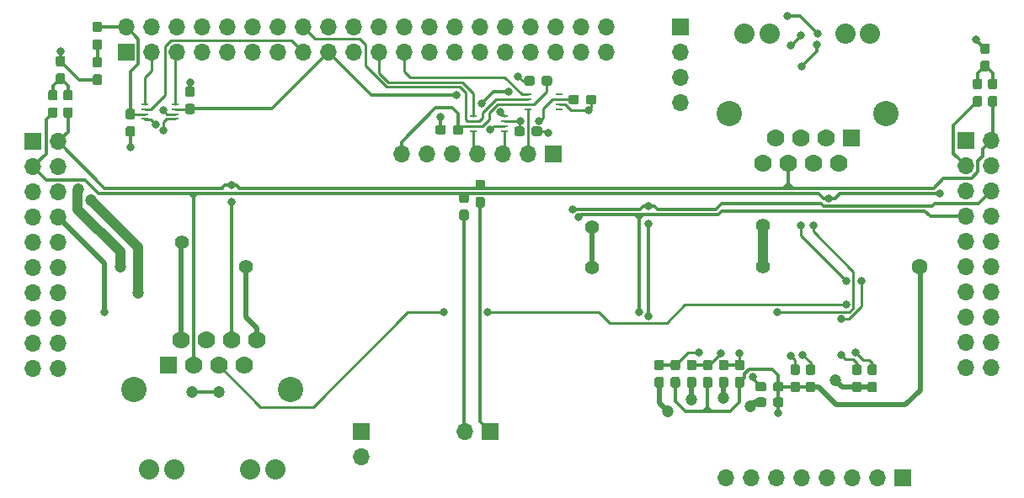
<source format=gbr>
G04 #@! TF.GenerationSoftware,KiCad,Pcbnew,5.1.4+dfsg1-1*
G04 #@! TF.CreationDate,2019-10-28T17:39:09+02:00*
G04 #@! TF.ProjectId,backplane,6261636b-706c-4616-9e65-2e6b69636164,rev?*
G04 #@! TF.SameCoordinates,Original*
G04 #@! TF.FileFunction,Copper,L1,Top*
G04 #@! TF.FilePolarity,Positive*
%FSLAX46Y46*%
G04 Gerber Fmt 4.6, Leading zero omitted, Abs format (unit mm)*
G04 Created by KiCad (PCBNEW 5.1.4+dfsg1-1) date 2019-10-28 17:39:09*
%MOMM*%
%LPD*%
G04 APERTURE LIST*
%ADD10O,1.700000X1.700000*%
%ADD11R,1.700000X1.700000*%
%ADD12C,0.100000*%
%ADD13C,0.950000*%
%ADD14R,1.778000X1.778000*%
%ADD15C,1.778000*%
%ADD16C,2.032000*%
%ADD17C,2.540000*%
%ADD18R,0.750000X0.250000*%
%ADD19C,1.200000*%
%ADD20C,0.800000*%
%ADD21C,1.400000*%
%ADD22C,1.600000*%
%ADD23C,0.350000*%
%ADD24C,0.250000*%
%ADD25C,0.500000*%
%ADD26C,1.000000*%
G04 APERTURE END LIST*
D10*
X121434000Y-84914000D03*
D11*
X134134000Y-84914000D03*
D10*
X118894000Y-84914000D03*
X123974000Y-84914000D03*
X126514000Y-84914000D03*
X129054000Y-84914000D03*
X131594000Y-84914000D03*
X125244000Y-112854000D03*
D11*
X127784000Y-112854000D03*
D10*
X114830000Y-115394000D03*
D11*
X114830000Y-112854000D03*
D12*
G36*
X97860779Y-79851144D02*
G01*
X97883834Y-79854563D01*
X97906443Y-79860227D01*
X97928387Y-79868079D01*
X97949457Y-79878044D01*
X97969448Y-79890026D01*
X97988168Y-79903910D01*
X98005438Y-79919562D01*
X98021090Y-79936832D01*
X98034974Y-79955552D01*
X98046956Y-79975543D01*
X98056921Y-79996613D01*
X98064773Y-80018557D01*
X98070437Y-80041166D01*
X98073856Y-80064221D01*
X98075000Y-80087500D01*
X98075000Y-80662500D01*
X98073856Y-80685779D01*
X98070437Y-80708834D01*
X98064773Y-80731443D01*
X98056921Y-80753387D01*
X98046956Y-80774457D01*
X98034974Y-80794448D01*
X98021090Y-80813168D01*
X98005438Y-80830438D01*
X97988168Y-80846090D01*
X97969448Y-80859974D01*
X97949457Y-80871956D01*
X97928387Y-80881921D01*
X97906443Y-80889773D01*
X97883834Y-80895437D01*
X97860779Y-80898856D01*
X97837500Y-80900000D01*
X97362500Y-80900000D01*
X97339221Y-80898856D01*
X97316166Y-80895437D01*
X97293557Y-80889773D01*
X97271613Y-80881921D01*
X97250543Y-80871956D01*
X97230552Y-80859974D01*
X97211832Y-80846090D01*
X97194562Y-80830438D01*
X97178910Y-80813168D01*
X97165026Y-80794448D01*
X97153044Y-80774457D01*
X97143079Y-80753387D01*
X97135227Y-80731443D01*
X97129563Y-80708834D01*
X97126144Y-80685779D01*
X97125000Y-80662500D01*
X97125000Y-80087500D01*
X97126144Y-80064221D01*
X97129563Y-80041166D01*
X97135227Y-80018557D01*
X97143079Y-79996613D01*
X97153044Y-79975543D01*
X97165026Y-79955552D01*
X97178910Y-79936832D01*
X97194562Y-79919562D01*
X97211832Y-79903910D01*
X97230552Y-79890026D01*
X97250543Y-79878044D01*
X97271613Y-79868079D01*
X97293557Y-79860227D01*
X97316166Y-79854563D01*
X97339221Y-79851144D01*
X97362500Y-79850000D01*
X97837500Y-79850000D01*
X97860779Y-79851144D01*
X97860779Y-79851144D01*
G37*
D13*
X97600000Y-80375000D03*
D12*
G36*
X97860779Y-78101144D02*
G01*
X97883834Y-78104563D01*
X97906443Y-78110227D01*
X97928387Y-78118079D01*
X97949457Y-78128044D01*
X97969448Y-78140026D01*
X97988168Y-78153910D01*
X98005438Y-78169562D01*
X98021090Y-78186832D01*
X98034974Y-78205552D01*
X98046956Y-78225543D01*
X98056921Y-78246613D01*
X98064773Y-78268557D01*
X98070437Y-78291166D01*
X98073856Y-78314221D01*
X98075000Y-78337500D01*
X98075000Y-78912500D01*
X98073856Y-78935779D01*
X98070437Y-78958834D01*
X98064773Y-78981443D01*
X98056921Y-79003387D01*
X98046956Y-79024457D01*
X98034974Y-79044448D01*
X98021090Y-79063168D01*
X98005438Y-79080438D01*
X97988168Y-79096090D01*
X97969448Y-79109974D01*
X97949457Y-79121956D01*
X97928387Y-79131921D01*
X97906443Y-79139773D01*
X97883834Y-79145437D01*
X97860779Y-79148856D01*
X97837500Y-79150000D01*
X97362500Y-79150000D01*
X97339221Y-79148856D01*
X97316166Y-79145437D01*
X97293557Y-79139773D01*
X97271613Y-79131921D01*
X97250543Y-79121956D01*
X97230552Y-79109974D01*
X97211832Y-79096090D01*
X97194562Y-79080438D01*
X97178910Y-79063168D01*
X97165026Y-79044448D01*
X97153044Y-79024457D01*
X97143079Y-79003387D01*
X97135227Y-78981443D01*
X97129563Y-78958834D01*
X97126144Y-78935779D01*
X97125000Y-78912500D01*
X97125000Y-78337500D01*
X97126144Y-78314221D01*
X97129563Y-78291166D01*
X97135227Y-78268557D01*
X97143079Y-78246613D01*
X97153044Y-78225543D01*
X97165026Y-78205552D01*
X97178910Y-78186832D01*
X97194562Y-78169562D01*
X97211832Y-78153910D01*
X97230552Y-78140026D01*
X97250543Y-78128044D01*
X97271613Y-78118079D01*
X97293557Y-78110227D01*
X97316166Y-78104563D01*
X97339221Y-78101144D01*
X97362500Y-78100000D01*
X97837500Y-78100000D01*
X97860779Y-78101144D01*
X97860779Y-78101144D01*
G37*
D13*
X97600000Y-78625000D03*
D12*
G36*
X155310779Y-107876144D02*
G01*
X155333834Y-107879563D01*
X155356443Y-107885227D01*
X155378387Y-107893079D01*
X155399457Y-107903044D01*
X155419448Y-107915026D01*
X155438168Y-107928910D01*
X155455438Y-107944562D01*
X155471090Y-107961832D01*
X155484974Y-107980552D01*
X155496956Y-108000543D01*
X155506921Y-108021613D01*
X155514773Y-108043557D01*
X155520437Y-108066166D01*
X155523856Y-108089221D01*
X155525000Y-108112500D01*
X155525000Y-108587500D01*
X155523856Y-108610779D01*
X155520437Y-108633834D01*
X155514773Y-108656443D01*
X155506921Y-108678387D01*
X155496956Y-108699457D01*
X155484974Y-108719448D01*
X155471090Y-108738168D01*
X155455438Y-108755438D01*
X155438168Y-108771090D01*
X155419448Y-108784974D01*
X155399457Y-108796956D01*
X155378387Y-108806921D01*
X155356443Y-108814773D01*
X155333834Y-108820437D01*
X155310779Y-108823856D01*
X155287500Y-108825000D01*
X154712500Y-108825000D01*
X154689221Y-108823856D01*
X154666166Y-108820437D01*
X154643557Y-108814773D01*
X154621613Y-108806921D01*
X154600543Y-108796956D01*
X154580552Y-108784974D01*
X154561832Y-108771090D01*
X154544562Y-108755438D01*
X154528910Y-108738168D01*
X154515026Y-108719448D01*
X154503044Y-108699457D01*
X154493079Y-108678387D01*
X154485227Y-108656443D01*
X154479563Y-108633834D01*
X154476144Y-108610779D01*
X154475000Y-108587500D01*
X154475000Y-108112500D01*
X154476144Y-108089221D01*
X154479563Y-108066166D01*
X154485227Y-108043557D01*
X154493079Y-108021613D01*
X154503044Y-108000543D01*
X154515026Y-107980552D01*
X154528910Y-107961832D01*
X154544562Y-107944562D01*
X154561832Y-107928910D01*
X154580552Y-107915026D01*
X154600543Y-107903044D01*
X154621613Y-107893079D01*
X154643557Y-107885227D01*
X154666166Y-107879563D01*
X154689221Y-107876144D01*
X154712500Y-107875000D01*
X155287500Y-107875000D01*
X155310779Y-107876144D01*
X155310779Y-107876144D01*
G37*
D13*
X155000000Y-108350000D03*
D12*
G36*
X157060779Y-107876144D02*
G01*
X157083834Y-107879563D01*
X157106443Y-107885227D01*
X157128387Y-107893079D01*
X157149457Y-107903044D01*
X157169448Y-107915026D01*
X157188168Y-107928910D01*
X157205438Y-107944562D01*
X157221090Y-107961832D01*
X157234974Y-107980552D01*
X157246956Y-108000543D01*
X157256921Y-108021613D01*
X157264773Y-108043557D01*
X157270437Y-108066166D01*
X157273856Y-108089221D01*
X157275000Y-108112500D01*
X157275000Y-108587500D01*
X157273856Y-108610779D01*
X157270437Y-108633834D01*
X157264773Y-108656443D01*
X157256921Y-108678387D01*
X157246956Y-108699457D01*
X157234974Y-108719448D01*
X157221090Y-108738168D01*
X157205438Y-108755438D01*
X157188168Y-108771090D01*
X157169448Y-108784974D01*
X157149457Y-108796956D01*
X157128387Y-108806921D01*
X157106443Y-108814773D01*
X157083834Y-108820437D01*
X157060779Y-108823856D01*
X157037500Y-108825000D01*
X156462500Y-108825000D01*
X156439221Y-108823856D01*
X156416166Y-108820437D01*
X156393557Y-108814773D01*
X156371613Y-108806921D01*
X156350543Y-108796956D01*
X156330552Y-108784974D01*
X156311832Y-108771090D01*
X156294562Y-108755438D01*
X156278910Y-108738168D01*
X156265026Y-108719448D01*
X156253044Y-108699457D01*
X156243079Y-108678387D01*
X156235227Y-108656443D01*
X156229563Y-108633834D01*
X156226144Y-108610779D01*
X156225000Y-108587500D01*
X156225000Y-108112500D01*
X156226144Y-108089221D01*
X156229563Y-108066166D01*
X156235227Y-108043557D01*
X156243079Y-108021613D01*
X156253044Y-108000543D01*
X156265026Y-107980552D01*
X156278910Y-107961832D01*
X156294562Y-107944562D01*
X156311832Y-107928910D01*
X156330552Y-107915026D01*
X156350543Y-107903044D01*
X156371613Y-107893079D01*
X156393557Y-107885227D01*
X156416166Y-107879563D01*
X156439221Y-107876144D01*
X156462500Y-107875000D01*
X157037500Y-107875000D01*
X157060779Y-107876144D01*
X157060779Y-107876144D01*
G37*
D13*
X156750000Y-108350000D03*
D12*
G36*
X84842779Y-76805144D02*
G01*
X84865834Y-76808563D01*
X84888443Y-76814227D01*
X84910387Y-76822079D01*
X84931457Y-76832044D01*
X84951448Y-76844026D01*
X84970168Y-76857910D01*
X84987438Y-76873562D01*
X85003090Y-76890832D01*
X85016974Y-76909552D01*
X85028956Y-76929543D01*
X85038921Y-76950613D01*
X85046773Y-76972557D01*
X85052437Y-76995166D01*
X85055856Y-77018221D01*
X85057000Y-77041500D01*
X85057000Y-77616500D01*
X85055856Y-77639779D01*
X85052437Y-77662834D01*
X85046773Y-77685443D01*
X85038921Y-77707387D01*
X85028956Y-77728457D01*
X85016974Y-77748448D01*
X85003090Y-77767168D01*
X84987438Y-77784438D01*
X84970168Y-77800090D01*
X84951448Y-77813974D01*
X84931457Y-77825956D01*
X84910387Y-77835921D01*
X84888443Y-77843773D01*
X84865834Y-77849437D01*
X84842779Y-77852856D01*
X84819500Y-77854000D01*
X84344500Y-77854000D01*
X84321221Y-77852856D01*
X84298166Y-77849437D01*
X84275557Y-77843773D01*
X84253613Y-77835921D01*
X84232543Y-77825956D01*
X84212552Y-77813974D01*
X84193832Y-77800090D01*
X84176562Y-77784438D01*
X84160910Y-77767168D01*
X84147026Y-77748448D01*
X84135044Y-77728457D01*
X84125079Y-77707387D01*
X84117227Y-77685443D01*
X84111563Y-77662834D01*
X84108144Y-77639779D01*
X84107000Y-77616500D01*
X84107000Y-77041500D01*
X84108144Y-77018221D01*
X84111563Y-76995166D01*
X84117227Y-76972557D01*
X84125079Y-76950613D01*
X84135044Y-76929543D01*
X84147026Y-76909552D01*
X84160910Y-76890832D01*
X84176562Y-76873562D01*
X84193832Y-76857910D01*
X84212552Y-76844026D01*
X84232543Y-76832044D01*
X84253613Y-76822079D01*
X84275557Y-76814227D01*
X84298166Y-76808563D01*
X84321221Y-76805144D01*
X84344500Y-76804000D01*
X84819500Y-76804000D01*
X84842779Y-76805144D01*
X84842779Y-76805144D01*
G37*
D13*
X84582000Y-77329000D03*
D12*
G36*
X84842779Y-75055144D02*
G01*
X84865834Y-75058563D01*
X84888443Y-75064227D01*
X84910387Y-75072079D01*
X84931457Y-75082044D01*
X84951448Y-75094026D01*
X84970168Y-75107910D01*
X84987438Y-75123562D01*
X85003090Y-75140832D01*
X85016974Y-75159552D01*
X85028956Y-75179543D01*
X85038921Y-75200613D01*
X85046773Y-75222557D01*
X85052437Y-75245166D01*
X85055856Y-75268221D01*
X85057000Y-75291500D01*
X85057000Y-75866500D01*
X85055856Y-75889779D01*
X85052437Y-75912834D01*
X85046773Y-75935443D01*
X85038921Y-75957387D01*
X85028956Y-75978457D01*
X85016974Y-75998448D01*
X85003090Y-76017168D01*
X84987438Y-76034438D01*
X84970168Y-76050090D01*
X84951448Y-76063974D01*
X84931457Y-76075956D01*
X84910387Y-76085921D01*
X84888443Y-76093773D01*
X84865834Y-76099437D01*
X84842779Y-76102856D01*
X84819500Y-76104000D01*
X84344500Y-76104000D01*
X84321221Y-76102856D01*
X84298166Y-76099437D01*
X84275557Y-76093773D01*
X84253613Y-76085921D01*
X84232543Y-76075956D01*
X84212552Y-76063974D01*
X84193832Y-76050090D01*
X84176562Y-76034438D01*
X84160910Y-76017168D01*
X84147026Y-75998448D01*
X84135044Y-75978457D01*
X84125079Y-75957387D01*
X84117227Y-75935443D01*
X84111563Y-75912834D01*
X84108144Y-75889779D01*
X84107000Y-75866500D01*
X84107000Y-75291500D01*
X84108144Y-75268221D01*
X84111563Y-75245166D01*
X84117227Y-75222557D01*
X84125079Y-75200613D01*
X84135044Y-75179543D01*
X84147026Y-75159552D01*
X84160910Y-75140832D01*
X84176562Y-75123562D01*
X84193832Y-75107910D01*
X84212552Y-75094026D01*
X84232543Y-75082044D01*
X84253613Y-75072079D01*
X84275557Y-75064227D01*
X84298166Y-75058563D01*
X84321221Y-75055144D01*
X84344500Y-75054000D01*
X84819500Y-75054000D01*
X84842779Y-75055144D01*
X84842779Y-75055144D01*
G37*
D13*
X84582000Y-75579000D03*
D12*
G36*
X157060779Y-109426144D02*
G01*
X157083834Y-109429563D01*
X157106443Y-109435227D01*
X157128387Y-109443079D01*
X157149457Y-109453044D01*
X157169448Y-109465026D01*
X157188168Y-109478910D01*
X157205438Y-109494562D01*
X157221090Y-109511832D01*
X157234974Y-109530552D01*
X157246956Y-109550543D01*
X157256921Y-109571613D01*
X157264773Y-109593557D01*
X157270437Y-109616166D01*
X157273856Y-109639221D01*
X157275000Y-109662500D01*
X157275000Y-110137500D01*
X157273856Y-110160779D01*
X157270437Y-110183834D01*
X157264773Y-110206443D01*
X157256921Y-110228387D01*
X157246956Y-110249457D01*
X157234974Y-110269448D01*
X157221090Y-110288168D01*
X157205438Y-110305438D01*
X157188168Y-110321090D01*
X157169448Y-110334974D01*
X157149457Y-110346956D01*
X157128387Y-110356921D01*
X157106443Y-110364773D01*
X157083834Y-110370437D01*
X157060779Y-110373856D01*
X157037500Y-110375000D01*
X156462500Y-110375000D01*
X156439221Y-110373856D01*
X156416166Y-110370437D01*
X156393557Y-110364773D01*
X156371613Y-110356921D01*
X156350543Y-110346956D01*
X156330552Y-110334974D01*
X156311832Y-110321090D01*
X156294562Y-110305438D01*
X156278910Y-110288168D01*
X156265026Y-110269448D01*
X156253044Y-110249457D01*
X156243079Y-110228387D01*
X156235227Y-110206443D01*
X156229563Y-110183834D01*
X156226144Y-110160779D01*
X156225000Y-110137500D01*
X156225000Y-109662500D01*
X156226144Y-109639221D01*
X156229563Y-109616166D01*
X156235227Y-109593557D01*
X156243079Y-109571613D01*
X156253044Y-109550543D01*
X156265026Y-109530552D01*
X156278910Y-109511832D01*
X156294562Y-109494562D01*
X156311832Y-109478910D01*
X156330552Y-109465026D01*
X156350543Y-109453044D01*
X156371613Y-109443079D01*
X156393557Y-109435227D01*
X156416166Y-109429563D01*
X156439221Y-109426144D01*
X156462500Y-109425000D01*
X157037500Y-109425000D01*
X157060779Y-109426144D01*
X157060779Y-109426144D01*
G37*
D13*
X156750000Y-109900000D03*
D12*
G36*
X155310779Y-109426144D02*
G01*
X155333834Y-109429563D01*
X155356443Y-109435227D01*
X155378387Y-109443079D01*
X155399457Y-109453044D01*
X155419448Y-109465026D01*
X155438168Y-109478910D01*
X155455438Y-109494562D01*
X155471090Y-109511832D01*
X155484974Y-109530552D01*
X155496956Y-109550543D01*
X155506921Y-109571613D01*
X155514773Y-109593557D01*
X155520437Y-109616166D01*
X155523856Y-109639221D01*
X155525000Y-109662500D01*
X155525000Y-110137500D01*
X155523856Y-110160779D01*
X155520437Y-110183834D01*
X155514773Y-110206443D01*
X155506921Y-110228387D01*
X155496956Y-110249457D01*
X155484974Y-110269448D01*
X155471090Y-110288168D01*
X155455438Y-110305438D01*
X155438168Y-110321090D01*
X155419448Y-110334974D01*
X155399457Y-110346956D01*
X155378387Y-110356921D01*
X155356443Y-110364773D01*
X155333834Y-110370437D01*
X155310779Y-110373856D01*
X155287500Y-110375000D01*
X154712500Y-110375000D01*
X154689221Y-110373856D01*
X154666166Y-110370437D01*
X154643557Y-110364773D01*
X154621613Y-110356921D01*
X154600543Y-110346956D01*
X154580552Y-110334974D01*
X154561832Y-110321090D01*
X154544562Y-110305438D01*
X154528910Y-110288168D01*
X154515026Y-110269448D01*
X154503044Y-110249457D01*
X154493079Y-110228387D01*
X154485227Y-110206443D01*
X154479563Y-110183834D01*
X154476144Y-110160779D01*
X154475000Y-110137500D01*
X154475000Y-109662500D01*
X154476144Y-109639221D01*
X154479563Y-109616166D01*
X154485227Y-109593557D01*
X154493079Y-109571613D01*
X154503044Y-109550543D01*
X154515026Y-109530552D01*
X154528910Y-109511832D01*
X154544562Y-109494562D01*
X154561832Y-109478910D01*
X154580552Y-109465026D01*
X154600543Y-109453044D01*
X154621613Y-109443079D01*
X154643557Y-109435227D01*
X154666166Y-109429563D01*
X154689221Y-109426144D01*
X154712500Y-109425000D01*
X155287500Y-109425000D01*
X155310779Y-109426144D01*
X155310779Y-109426144D01*
G37*
D13*
X155000000Y-109900000D03*
D12*
G36*
X91860779Y-80376144D02*
G01*
X91883834Y-80379563D01*
X91906443Y-80385227D01*
X91928387Y-80393079D01*
X91949457Y-80403044D01*
X91969448Y-80415026D01*
X91988168Y-80428910D01*
X92005438Y-80444562D01*
X92021090Y-80461832D01*
X92034974Y-80480552D01*
X92046956Y-80500543D01*
X92056921Y-80521613D01*
X92064773Y-80543557D01*
X92070437Y-80566166D01*
X92073856Y-80589221D01*
X92075000Y-80612500D01*
X92075000Y-81187500D01*
X92073856Y-81210779D01*
X92070437Y-81233834D01*
X92064773Y-81256443D01*
X92056921Y-81278387D01*
X92046956Y-81299457D01*
X92034974Y-81319448D01*
X92021090Y-81338168D01*
X92005438Y-81355438D01*
X91988168Y-81371090D01*
X91969448Y-81384974D01*
X91949457Y-81396956D01*
X91928387Y-81406921D01*
X91906443Y-81414773D01*
X91883834Y-81420437D01*
X91860779Y-81423856D01*
X91837500Y-81425000D01*
X91362500Y-81425000D01*
X91339221Y-81423856D01*
X91316166Y-81420437D01*
X91293557Y-81414773D01*
X91271613Y-81406921D01*
X91250543Y-81396956D01*
X91230552Y-81384974D01*
X91211832Y-81371090D01*
X91194562Y-81355438D01*
X91178910Y-81338168D01*
X91165026Y-81319448D01*
X91153044Y-81299457D01*
X91143079Y-81278387D01*
X91135227Y-81256443D01*
X91129563Y-81233834D01*
X91126144Y-81210779D01*
X91125000Y-81187500D01*
X91125000Y-80612500D01*
X91126144Y-80589221D01*
X91129563Y-80566166D01*
X91135227Y-80543557D01*
X91143079Y-80521613D01*
X91153044Y-80500543D01*
X91165026Y-80480552D01*
X91178910Y-80461832D01*
X91194562Y-80444562D01*
X91211832Y-80428910D01*
X91230552Y-80415026D01*
X91250543Y-80403044D01*
X91271613Y-80393079D01*
X91293557Y-80385227D01*
X91316166Y-80379563D01*
X91339221Y-80376144D01*
X91362500Y-80375000D01*
X91837500Y-80375000D01*
X91860779Y-80376144D01*
X91860779Y-80376144D01*
G37*
D13*
X91600000Y-80900000D03*
D12*
G36*
X91860779Y-82126144D02*
G01*
X91883834Y-82129563D01*
X91906443Y-82135227D01*
X91928387Y-82143079D01*
X91949457Y-82153044D01*
X91969448Y-82165026D01*
X91988168Y-82178910D01*
X92005438Y-82194562D01*
X92021090Y-82211832D01*
X92034974Y-82230552D01*
X92046956Y-82250543D01*
X92056921Y-82271613D01*
X92064773Y-82293557D01*
X92070437Y-82316166D01*
X92073856Y-82339221D01*
X92075000Y-82362500D01*
X92075000Y-82937500D01*
X92073856Y-82960779D01*
X92070437Y-82983834D01*
X92064773Y-83006443D01*
X92056921Y-83028387D01*
X92046956Y-83049457D01*
X92034974Y-83069448D01*
X92021090Y-83088168D01*
X92005438Y-83105438D01*
X91988168Y-83121090D01*
X91969448Y-83134974D01*
X91949457Y-83146956D01*
X91928387Y-83156921D01*
X91906443Y-83164773D01*
X91883834Y-83170437D01*
X91860779Y-83173856D01*
X91837500Y-83175000D01*
X91362500Y-83175000D01*
X91339221Y-83173856D01*
X91316166Y-83170437D01*
X91293557Y-83164773D01*
X91271613Y-83156921D01*
X91250543Y-83146956D01*
X91230552Y-83134974D01*
X91211832Y-83121090D01*
X91194562Y-83105438D01*
X91178910Y-83088168D01*
X91165026Y-83069448D01*
X91153044Y-83049457D01*
X91143079Y-83028387D01*
X91135227Y-83006443D01*
X91129563Y-82983834D01*
X91126144Y-82960779D01*
X91125000Y-82937500D01*
X91125000Y-82362500D01*
X91126144Y-82339221D01*
X91129563Y-82316166D01*
X91135227Y-82293557D01*
X91143079Y-82271613D01*
X91153044Y-82250543D01*
X91165026Y-82230552D01*
X91178910Y-82211832D01*
X91194562Y-82194562D01*
X91211832Y-82178910D01*
X91230552Y-82165026D01*
X91250543Y-82153044D01*
X91271613Y-82143079D01*
X91293557Y-82135227D01*
X91316166Y-82129563D01*
X91339221Y-82126144D01*
X91362500Y-82125000D01*
X91837500Y-82125000D01*
X91860779Y-82126144D01*
X91860779Y-82126144D01*
G37*
D13*
X91600000Y-82650000D03*
D12*
G36*
X133785779Y-77076144D02*
G01*
X133808834Y-77079563D01*
X133831443Y-77085227D01*
X133853387Y-77093079D01*
X133874457Y-77103044D01*
X133894448Y-77115026D01*
X133913168Y-77128910D01*
X133930438Y-77144562D01*
X133946090Y-77161832D01*
X133959974Y-77180552D01*
X133971956Y-77200543D01*
X133981921Y-77221613D01*
X133989773Y-77243557D01*
X133995437Y-77266166D01*
X133998856Y-77289221D01*
X134000000Y-77312500D01*
X134000000Y-77787500D01*
X133998856Y-77810779D01*
X133995437Y-77833834D01*
X133989773Y-77856443D01*
X133981921Y-77878387D01*
X133971956Y-77899457D01*
X133959974Y-77919448D01*
X133946090Y-77938168D01*
X133930438Y-77955438D01*
X133913168Y-77971090D01*
X133894448Y-77984974D01*
X133874457Y-77996956D01*
X133853387Y-78006921D01*
X133831443Y-78014773D01*
X133808834Y-78020437D01*
X133785779Y-78023856D01*
X133762500Y-78025000D01*
X133187500Y-78025000D01*
X133164221Y-78023856D01*
X133141166Y-78020437D01*
X133118557Y-78014773D01*
X133096613Y-78006921D01*
X133075543Y-77996956D01*
X133055552Y-77984974D01*
X133036832Y-77971090D01*
X133019562Y-77955438D01*
X133003910Y-77938168D01*
X132990026Y-77919448D01*
X132978044Y-77899457D01*
X132968079Y-77878387D01*
X132960227Y-77856443D01*
X132954563Y-77833834D01*
X132951144Y-77810779D01*
X132950000Y-77787500D01*
X132950000Y-77312500D01*
X132951144Y-77289221D01*
X132954563Y-77266166D01*
X132960227Y-77243557D01*
X132968079Y-77221613D01*
X132978044Y-77200543D01*
X132990026Y-77180552D01*
X133003910Y-77161832D01*
X133019562Y-77144562D01*
X133036832Y-77128910D01*
X133055552Y-77115026D01*
X133075543Y-77103044D01*
X133096613Y-77093079D01*
X133118557Y-77085227D01*
X133141166Y-77079563D01*
X133164221Y-77076144D01*
X133187500Y-77075000D01*
X133762500Y-77075000D01*
X133785779Y-77076144D01*
X133785779Y-77076144D01*
G37*
D13*
X133475000Y-77550000D03*
D12*
G36*
X132035779Y-77076144D02*
G01*
X132058834Y-77079563D01*
X132081443Y-77085227D01*
X132103387Y-77093079D01*
X132124457Y-77103044D01*
X132144448Y-77115026D01*
X132163168Y-77128910D01*
X132180438Y-77144562D01*
X132196090Y-77161832D01*
X132209974Y-77180552D01*
X132221956Y-77200543D01*
X132231921Y-77221613D01*
X132239773Y-77243557D01*
X132245437Y-77266166D01*
X132248856Y-77289221D01*
X132250000Y-77312500D01*
X132250000Y-77787500D01*
X132248856Y-77810779D01*
X132245437Y-77833834D01*
X132239773Y-77856443D01*
X132231921Y-77878387D01*
X132221956Y-77899457D01*
X132209974Y-77919448D01*
X132196090Y-77938168D01*
X132180438Y-77955438D01*
X132163168Y-77971090D01*
X132144448Y-77984974D01*
X132124457Y-77996956D01*
X132103387Y-78006921D01*
X132081443Y-78014773D01*
X132058834Y-78020437D01*
X132035779Y-78023856D01*
X132012500Y-78025000D01*
X131437500Y-78025000D01*
X131414221Y-78023856D01*
X131391166Y-78020437D01*
X131368557Y-78014773D01*
X131346613Y-78006921D01*
X131325543Y-77996956D01*
X131305552Y-77984974D01*
X131286832Y-77971090D01*
X131269562Y-77955438D01*
X131253910Y-77938168D01*
X131240026Y-77919448D01*
X131228044Y-77899457D01*
X131218079Y-77878387D01*
X131210227Y-77856443D01*
X131204563Y-77833834D01*
X131201144Y-77810779D01*
X131200000Y-77787500D01*
X131200000Y-77312500D01*
X131201144Y-77289221D01*
X131204563Y-77266166D01*
X131210227Y-77243557D01*
X131218079Y-77221613D01*
X131228044Y-77200543D01*
X131240026Y-77180552D01*
X131253910Y-77161832D01*
X131269562Y-77144562D01*
X131286832Y-77128910D01*
X131305552Y-77115026D01*
X131325543Y-77103044D01*
X131346613Y-77093079D01*
X131368557Y-77085227D01*
X131391166Y-77079563D01*
X131414221Y-77076144D01*
X131437500Y-77075000D01*
X132012500Y-77075000D01*
X132035779Y-77076144D01*
X132035779Y-77076144D01*
G37*
D13*
X131725000Y-77550000D03*
D12*
G36*
X136485779Y-78951144D02*
G01*
X136508834Y-78954563D01*
X136531443Y-78960227D01*
X136553387Y-78968079D01*
X136574457Y-78978044D01*
X136594448Y-78990026D01*
X136613168Y-79003910D01*
X136630438Y-79019562D01*
X136646090Y-79036832D01*
X136659974Y-79055552D01*
X136671956Y-79075543D01*
X136681921Y-79096613D01*
X136689773Y-79118557D01*
X136695437Y-79141166D01*
X136698856Y-79164221D01*
X136700000Y-79187500D01*
X136700000Y-79662500D01*
X136698856Y-79685779D01*
X136695437Y-79708834D01*
X136689773Y-79731443D01*
X136681921Y-79753387D01*
X136671956Y-79774457D01*
X136659974Y-79794448D01*
X136646090Y-79813168D01*
X136630438Y-79830438D01*
X136613168Y-79846090D01*
X136594448Y-79859974D01*
X136574457Y-79871956D01*
X136553387Y-79881921D01*
X136531443Y-79889773D01*
X136508834Y-79895437D01*
X136485779Y-79898856D01*
X136462500Y-79900000D01*
X135887500Y-79900000D01*
X135864221Y-79898856D01*
X135841166Y-79895437D01*
X135818557Y-79889773D01*
X135796613Y-79881921D01*
X135775543Y-79871956D01*
X135755552Y-79859974D01*
X135736832Y-79846090D01*
X135719562Y-79830438D01*
X135703910Y-79813168D01*
X135690026Y-79794448D01*
X135678044Y-79774457D01*
X135668079Y-79753387D01*
X135660227Y-79731443D01*
X135654563Y-79708834D01*
X135651144Y-79685779D01*
X135650000Y-79662500D01*
X135650000Y-79187500D01*
X135651144Y-79164221D01*
X135654563Y-79141166D01*
X135660227Y-79118557D01*
X135668079Y-79096613D01*
X135678044Y-79075543D01*
X135690026Y-79055552D01*
X135703910Y-79036832D01*
X135719562Y-79019562D01*
X135736832Y-79003910D01*
X135755552Y-78990026D01*
X135775543Y-78978044D01*
X135796613Y-78968079D01*
X135818557Y-78960227D01*
X135841166Y-78954563D01*
X135864221Y-78951144D01*
X135887500Y-78950000D01*
X136462500Y-78950000D01*
X136485779Y-78951144D01*
X136485779Y-78951144D01*
G37*
D13*
X136175000Y-79425000D03*
D12*
G36*
X138235779Y-78951144D02*
G01*
X138258834Y-78954563D01*
X138281443Y-78960227D01*
X138303387Y-78968079D01*
X138324457Y-78978044D01*
X138344448Y-78990026D01*
X138363168Y-79003910D01*
X138380438Y-79019562D01*
X138396090Y-79036832D01*
X138409974Y-79055552D01*
X138421956Y-79075543D01*
X138431921Y-79096613D01*
X138439773Y-79118557D01*
X138445437Y-79141166D01*
X138448856Y-79164221D01*
X138450000Y-79187500D01*
X138450000Y-79662500D01*
X138448856Y-79685779D01*
X138445437Y-79708834D01*
X138439773Y-79731443D01*
X138431921Y-79753387D01*
X138421956Y-79774457D01*
X138409974Y-79794448D01*
X138396090Y-79813168D01*
X138380438Y-79830438D01*
X138363168Y-79846090D01*
X138344448Y-79859974D01*
X138324457Y-79871956D01*
X138303387Y-79881921D01*
X138281443Y-79889773D01*
X138258834Y-79895437D01*
X138235779Y-79898856D01*
X138212500Y-79900000D01*
X137637500Y-79900000D01*
X137614221Y-79898856D01*
X137591166Y-79895437D01*
X137568557Y-79889773D01*
X137546613Y-79881921D01*
X137525543Y-79871956D01*
X137505552Y-79859974D01*
X137486832Y-79846090D01*
X137469562Y-79830438D01*
X137453910Y-79813168D01*
X137440026Y-79794448D01*
X137428044Y-79774457D01*
X137418079Y-79753387D01*
X137410227Y-79731443D01*
X137404563Y-79708834D01*
X137401144Y-79685779D01*
X137400000Y-79662500D01*
X137400000Y-79187500D01*
X137401144Y-79164221D01*
X137404563Y-79141166D01*
X137410227Y-79118557D01*
X137418079Y-79096613D01*
X137428044Y-79075543D01*
X137440026Y-79055552D01*
X137453910Y-79036832D01*
X137469562Y-79019562D01*
X137486832Y-79003910D01*
X137505552Y-78990026D01*
X137525543Y-78978044D01*
X137546613Y-78968079D01*
X137568557Y-78960227D01*
X137591166Y-78954563D01*
X137614221Y-78951144D01*
X137637500Y-78950000D01*
X138212500Y-78950000D01*
X138235779Y-78951144D01*
X138235779Y-78951144D01*
G37*
D13*
X137925000Y-79425000D03*
D12*
G36*
X124860779Y-82001144D02*
G01*
X124883834Y-82004563D01*
X124906443Y-82010227D01*
X124928387Y-82018079D01*
X124949457Y-82028044D01*
X124969448Y-82040026D01*
X124988168Y-82053910D01*
X125005438Y-82069562D01*
X125021090Y-82086832D01*
X125034974Y-82105552D01*
X125046956Y-82125543D01*
X125056921Y-82146613D01*
X125064773Y-82168557D01*
X125070437Y-82191166D01*
X125073856Y-82214221D01*
X125075000Y-82237500D01*
X125075000Y-82712500D01*
X125073856Y-82735779D01*
X125070437Y-82758834D01*
X125064773Y-82781443D01*
X125056921Y-82803387D01*
X125046956Y-82824457D01*
X125034974Y-82844448D01*
X125021090Y-82863168D01*
X125005438Y-82880438D01*
X124988168Y-82896090D01*
X124969448Y-82909974D01*
X124949457Y-82921956D01*
X124928387Y-82931921D01*
X124906443Y-82939773D01*
X124883834Y-82945437D01*
X124860779Y-82948856D01*
X124837500Y-82950000D01*
X124262500Y-82950000D01*
X124239221Y-82948856D01*
X124216166Y-82945437D01*
X124193557Y-82939773D01*
X124171613Y-82931921D01*
X124150543Y-82921956D01*
X124130552Y-82909974D01*
X124111832Y-82896090D01*
X124094562Y-82880438D01*
X124078910Y-82863168D01*
X124065026Y-82844448D01*
X124053044Y-82824457D01*
X124043079Y-82803387D01*
X124035227Y-82781443D01*
X124029563Y-82758834D01*
X124026144Y-82735779D01*
X124025000Y-82712500D01*
X124025000Y-82237500D01*
X124026144Y-82214221D01*
X124029563Y-82191166D01*
X124035227Y-82168557D01*
X124043079Y-82146613D01*
X124053044Y-82125543D01*
X124065026Y-82105552D01*
X124078910Y-82086832D01*
X124094562Y-82069562D01*
X124111832Y-82053910D01*
X124130552Y-82040026D01*
X124150543Y-82028044D01*
X124171613Y-82018079D01*
X124193557Y-82010227D01*
X124216166Y-82004563D01*
X124239221Y-82001144D01*
X124262500Y-82000000D01*
X124837500Y-82000000D01*
X124860779Y-82001144D01*
X124860779Y-82001144D01*
G37*
D13*
X124550000Y-82475000D03*
D12*
G36*
X123110779Y-82001144D02*
G01*
X123133834Y-82004563D01*
X123156443Y-82010227D01*
X123178387Y-82018079D01*
X123199457Y-82028044D01*
X123219448Y-82040026D01*
X123238168Y-82053910D01*
X123255438Y-82069562D01*
X123271090Y-82086832D01*
X123284974Y-82105552D01*
X123296956Y-82125543D01*
X123306921Y-82146613D01*
X123314773Y-82168557D01*
X123320437Y-82191166D01*
X123323856Y-82214221D01*
X123325000Y-82237500D01*
X123325000Y-82712500D01*
X123323856Y-82735779D01*
X123320437Y-82758834D01*
X123314773Y-82781443D01*
X123306921Y-82803387D01*
X123296956Y-82824457D01*
X123284974Y-82844448D01*
X123271090Y-82863168D01*
X123255438Y-82880438D01*
X123238168Y-82896090D01*
X123219448Y-82909974D01*
X123199457Y-82921956D01*
X123178387Y-82931921D01*
X123156443Y-82939773D01*
X123133834Y-82945437D01*
X123110779Y-82948856D01*
X123087500Y-82950000D01*
X122512500Y-82950000D01*
X122489221Y-82948856D01*
X122466166Y-82945437D01*
X122443557Y-82939773D01*
X122421613Y-82931921D01*
X122400543Y-82921956D01*
X122380552Y-82909974D01*
X122361832Y-82896090D01*
X122344562Y-82880438D01*
X122328910Y-82863168D01*
X122315026Y-82844448D01*
X122303044Y-82824457D01*
X122293079Y-82803387D01*
X122285227Y-82781443D01*
X122279563Y-82758834D01*
X122276144Y-82735779D01*
X122275000Y-82712500D01*
X122275000Y-82237500D01*
X122276144Y-82214221D01*
X122279563Y-82191166D01*
X122285227Y-82168557D01*
X122293079Y-82146613D01*
X122303044Y-82125543D01*
X122315026Y-82105552D01*
X122328910Y-82086832D01*
X122344562Y-82069562D01*
X122361832Y-82053910D01*
X122380552Y-82040026D01*
X122400543Y-82028044D01*
X122421613Y-82018079D01*
X122443557Y-82010227D01*
X122466166Y-82004563D01*
X122489221Y-82001144D01*
X122512500Y-82000000D01*
X123087500Y-82000000D01*
X123110779Y-82001144D01*
X123110779Y-82001144D01*
G37*
D13*
X122800000Y-82475000D03*
D12*
G36*
X131035779Y-82151144D02*
G01*
X131058834Y-82154563D01*
X131081443Y-82160227D01*
X131103387Y-82168079D01*
X131124457Y-82178044D01*
X131144448Y-82190026D01*
X131163168Y-82203910D01*
X131180438Y-82219562D01*
X131196090Y-82236832D01*
X131209974Y-82255552D01*
X131221956Y-82275543D01*
X131231921Y-82296613D01*
X131239773Y-82318557D01*
X131245437Y-82341166D01*
X131248856Y-82364221D01*
X131250000Y-82387500D01*
X131250000Y-82862500D01*
X131248856Y-82885779D01*
X131245437Y-82908834D01*
X131239773Y-82931443D01*
X131231921Y-82953387D01*
X131221956Y-82974457D01*
X131209974Y-82994448D01*
X131196090Y-83013168D01*
X131180438Y-83030438D01*
X131163168Y-83046090D01*
X131144448Y-83059974D01*
X131124457Y-83071956D01*
X131103387Y-83081921D01*
X131081443Y-83089773D01*
X131058834Y-83095437D01*
X131035779Y-83098856D01*
X131012500Y-83100000D01*
X130437500Y-83100000D01*
X130414221Y-83098856D01*
X130391166Y-83095437D01*
X130368557Y-83089773D01*
X130346613Y-83081921D01*
X130325543Y-83071956D01*
X130305552Y-83059974D01*
X130286832Y-83046090D01*
X130269562Y-83030438D01*
X130253910Y-83013168D01*
X130240026Y-82994448D01*
X130228044Y-82974457D01*
X130218079Y-82953387D01*
X130210227Y-82931443D01*
X130204563Y-82908834D01*
X130201144Y-82885779D01*
X130200000Y-82862500D01*
X130200000Y-82387500D01*
X130201144Y-82364221D01*
X130204563Y-82341166D01*
X130210227Y-82318557D01*
X130218079Y-82296613D01*
X130228044Y-82275543D01*
X130240026Y-82255552D01*
X130253910Y-82236832D01*
X130269562Y-82219562D01*
X130286832Y-82203910D01*
X130305552Y-82190026D01*
X130325543Y-82178044D01*
X130346613Y-82168079D01*
X130368557Y-82160227D01*
X130391166Y-82154563D01*
X130414221Y-82151144D01*
X130437500Y-82150000D01*
X131012500Y-82150000D01*
X131035779Y-82151144D01*
X131035779Y-82151144D01*
G37*
D13*
X130725000Y-82625000D03*
D12*
G36*
X132785779Y-82151144D02*
G01*
X132808834Y-82154563D01*
X132831443Y-82160227D01*
X132853387Y-82168079D01*
X132874457Y-82178044D01*
X132894448Y-82190026D01*
X132913168Y-82203910D01*
X132930438Y-82219562D01*
X132946090Y-82236832D01*
X132959974Y-82255552D01*
X132971956Y-82275543D01*
X132981921Y-82296613D01*
X132989773Y-82318557D01*
X132995437Y-82341166D01*
X132998856Y-82364221D01*
X133000000Y-82387500D01*
X133000000Y-82862500D01*
X132998856Y-82885779D01*
X132995437Y-82908834D01*
X132989773Y-82931443D01*
X132981921Y-82953387D01*
X132971956Y-82974457D01*
X132959974Y-82994448D01*
X132946090Y-83013168D01*
X132930438Y-83030438D01*
X132913168Y-83046090D01*
X132894448Y-83059974D01*
X132874457Y-83071956D01*
X132853387Y-83081921D01*
X132831443Y-83089773D01*
X132808834Y-83095437D01*
X132785779Y-83098856D01*
X132762500Y-83100000D01*
X132187500Y-83100000D01*
X132164221Y-83098856D01*
X132141166Y-83095437D01*
X132118557Y-83089773D01*
X132096613Y-83081921D01*
X132075543Y-83071956D01*
X132055552Y-83059974D01*
X132036832Y-83046090D01*
X132019562Y-83030438D01*
X132003910Y-83013168D01*
X131990026Y-82994448D01*
X131978044Y-82974457D01*
X131968079Y-82953387D01*
X131960227Y-82931443D01*
X131954563Y-82908834D01*
X131951144Y-82885779D01*
X131950000Y-82862500D01*
X131950000Y-82387500D01*
X131951144Y-82364221D01*
X131954563Y-82341166D01*
X131960227Y-82318557D01*
X131968079Y-82296613D01*
X131978044Y-82275543D01*
X131990026Y-82255552D01*
X132003910Y-82236832D01*
X132019562Y-82219562D01*
X132036832Y-82203910D01*
X132055552Y-82190026D01*
X132075543Y-82178044D01*
X132096613Y-82168079D01*
X132118557Y-82160227D01*
X132141166Y-82154563D01*
X132164221Y-82151144D01*
X132187500Y-82150000D01*
X132762500Y-82150000D01*
X132785779Y-82151144D01*
X132785779Y-82151144D01*
G37*
D13*
X132475000Y-82625000D03*
D12*
G36*
X177806779Y-73785144D02*
G01*
X177829834Y-73788563D01*
X177852443Y-73794227D01*
X177874387Y-73802079D01*
X177895457Y-73812044D01*
X177915448Y-73824026D01*
X177934168Y-73837910D01*
X177951438Y-73853562D01*
X177967090Y-73870832D01*
X177980974Y-73889552D01*
X177992956Y-73909543D01*
X178002921Y-73930613D01*
X178010773Y-73952557D01*
X178016437Y-73975166D01*
X178019856Y-73998221D01*
X178021000Y-74021500D01*
X178021000Y-74596500D01*
X178019856Y-74619779D01*
X178016437Y-74642834D01*
X178010773Y-74665443D01*
X178002921Y-74687387D01*
X177992956Y-74708457D01*
X177980974Y-74728448D01*
X177967090Y-74747168D01*
X177951438Y-74764438D01*
X177934168Y-74780090D01*
X177915448Y-74793974D01*
X177895457Y-74805956D01*
X177874387Y-74815921D01*
X177852443Y-74823773D01*
X177829834Y-74829437D01*
X177806779Y-74832856D01*
X177783500Y-74834000D01*
X177308500Y-74834000D01*
X177285221Y-74832856D01*
X177262166Y-74829437D01*
X177239557Y-74823773D01*
X177217613Y-74815921D01*
X177196543Y-74805956D01*
X177176552Y-74793974D01*
X177157832Y-74780090D01*
X177140562Y-74764438D01*
X177124910Y-74747168D01*
X177111026Y-74728448D01*
X177099044Y-74708457D01*
X177089079Y-74687387D01*
X177081227Y-74665443D01*
X177075563Y-74642834D01*
X177072144Y-74619779D01*
X177071000Y-74596500D01*
X177071000Y-74021500D01*
X177072144Y-73998221D01*
X177075563Y-73975166D01*
X177081227Y-73952557D01*
X177089079Y-73930613D01*
X177099044Y-73909543D01*
X177111026Y-73889552D01*
X177124910Y-73870832D01*
X177140562Y-73853562D01*
X177157832Y-73837910D01*
X177176552Y-73824026D01*
X177196543Y-73812044D01*
X177217613Y-73802079D01*
X177239557Y-73794227D01*
X177262166Y-73788563D01*
X177285221Y-73785144D01*
X177308500Y-73784000D01*
X177783500Y-73784000D01*
X177806779Y-73785144D01*
X177806779Y-73785144D01*
G37*
D13*
X177546000Y-74309000D03*
D12*
G36*
X177806779Y-75535144D02*
G01*
X177829834Y-75538563D01*
X177852443Y-75544227D01*
X177874387Y-75552079D01*
X177895457Y-75562044D01*
X177915448Y-75574026D01*
X177934168Y-75587910D01*
X177951438Y-75603562D01*
X177967090Y-75620832D01*
X177980974Y-75639552D01*
X177992956Y-75659543D01*
X178002921Y-75680613D01*
X178010773Y-75702557D01*
X178016437Y-75725166D01*
X178019856Y-75748221D01*
X178021000Y-75771500D01*
X178021000Y-76346500D01*
X178019856Y-76369779D01*
X178016437Y-76392834D01*
X178010773Y-76415443D01*
X178002921Y-76437387D01*
X177992956Y-76458457D01*
X177980974Y-76478448D01*
X177967090Y-76497168D01*
X177951438Y-76514438D01*
X177934168Y-76530090D01*
X177915448Y-76543974D01*
X177895457Y-76555956D01*
X177874387Y-76565921D01*
X177852443Y-76573773D01*
X177829834Y-76579437D01*
X177806779Y-76582856D01*
X177783500Y-76584000D01*
X177308500Y-76584000D01*
X177285221Y-76582856D01*
X177262166Y-76579437D01*
X177239557Y-76573773D01*
X177217613Y-76565921D01*
X177196543Y-76555956D01*
X177176552Y-76543974D01*
X177157832Y-76530090D01*
X177140562Y-76514438D01*
X177124910Y-76497168D01*
X177111026Y-76478448D01*
X177099044Y-76458457D01*
X177089079Y-76437387D01*
X177081227Y-76415443D01*
X177075563Y-76392834D01*
X177072144Y-76369779D01*
X177071000Y-76346500D01*
X177071000Y-75771500D01*
X177072144Y-75748221D01*
X177075563Y-75725166D01*
X177081227Y-75702557D01*
X177089079Y-75680613D01*
X177099044Y-75659543D01*
X177111026Y-75639552D01*
X177124910Y-75620832D01*
X177140562Y-75603562D01*
X177157832Y-75587910D01*
X177176552Y-75574026D01*
X177196543Y-75562044D01*
X177217613Y-75552079D01*
X177239557Y-75544227D01*
X177262166Y-75538563D01*
X177285221Y-75535144D01*
X177308500Y-75534000D01*
X177783500Y-75534000D01*
X177806779Y-75535144D01*
X177806779Y-75535144D01*
G37*
D13*
X177546000Y-76059000D03*
D12*
G36*
X88540779Y-76901144D02*
G01*
X88563834Y-76904563D01*
X88586443Y-76910227D01*
X88608387Y-76918079D01*
X88629457Y-76928044D01*
X88649448Y-76940026D01*
X88668168Y-76953910D01*
X88685438Y-76969562D01*
X88701090Y-76986832D01*
X88714974Y-77005552D01*
X88726956Y-77025543D01*
X88736921Y-77046613D01*
X88744773Y-77068557D01*
X88750437Y-77091166D01*
X88753856Y-77114221D01*
X88755000Y-77137500D01*
X88755000Y-77712500D01*
X88753856Y-77735779D01*
X88750437Y-77758834D01*
X88744773Y-77781443D01*
X88736921Y-77803387D01*
X88726956Y-77824457D01*
X88714974Y-77844448D01*
X88701090Y-77863168D01*
X88685438Y-77880438D01*
X88668168Y-77896090D01*
X88649448Y-77909974D01*
X88629457Y-77921956D01*
X88608387Y-77931921D01*
X88586443Y-77939773D01*
X88563834Y-77945437D01*
X88540779Y-77948856D01*
X88517500Y-77950000D01*
X88042500Y-77950000D01*
X88019221Y-77948856D01*
X87996166Y-77945437D01*
X87973557Y-77939773D01*
X87951613Y-77931921D01*
X87930543Y-77921956D01*
X87910552Y-77909974D01*
X87891832Y-77896090D01*
X87874562Y-77880438D01*
X87858910Y-77863168D01*
X87845026Y-77844448D01*
X87833044Y-77824457D01*
X87823079Y-77803387D01*
X87815227Y-77781443D01*
X87809563Y-77758834D01*
X87806144Y-77735779D01*
X87805000Y-77712500D01*
X87805000Y-77137500D01*
X87806144Y-77114221D01*
X87809563Y-77091166D01*
X87815227Y-77068557D01*
X87823079Y-77046613D01*
X87833044Y-77025543D01*
X87845026Y-77005552D01*
X87858910Y-76986832D01*
X87874562Y-76969562D01*
X87891832Y-76953910D01*
X87910552Y-76940026D01*
X87930543Y-76928044D01*
X87951613Y-76918079D01*
X87973557Y-76910227D01*
X87996166Y-76904563D01*
X88019221Y-76901144D01*
X88042500Y-76900000D01*
X88517500Y-76900000D01*
X88540779Y-76901144D01*
X88540779Y-76901144D01*
G37*
D13*
X88280000Y-77425000D03*
D12*
G36*
X88540779Y-75151144D02*
G01*
X88563834Y-75154563D01*
X88586443Y-75160227D01*
X88608387Y-75168079D01*
X88629457Y-75178044D01*
X88649448Y-75190026D01*
X88668168Y-75203910D01*
X88685438Y-75219562D01*
X88701090Y-75236832D01*
X88714974Y-75255552D01*
X88726956Y-75275543D01*
X88736921Y-75296613D01*
X88744773Y-75318557D01*
X88750437Y-75341166D01*
X88753856Y-75364221D01*
X88755000Y-75387500D01*
X88755000Y-75962500D01*
X88753856Y-75985779D01*
X88750437Y-76008834D01*
X88744773Y-76031443D01*
X88736921Y-76053387D01*
X88726956Y-76074457D01*
X88714974Y-76094448D01*
X88701090Y-76113168D01*
X88685438Y-76130438D01*
X88668168Y-76146090D01*
X88649448Y-76159974D01*
X88629457Y-76171956D01*
X88608387Y-76181921D01*
X88586443Y-76189773D01*
X88563834Y-76195437D01*
X88540779Y-76198856D01*
X88517500Y-76200000D01*
X88042500Y-76200000D01*
X88019221Y-76198856D01*
X87996166Y-76195437D01*
X87973557Y-76189773D01*
X87951613Y-76181921D01*
X87930543Y-76171956D01*
X87910552Y-76159974D01*
X87891832Y-76146090D01*
X87874562Y-76130438D01*
X87858910Y-76113168D01*
X87845026Y-76094448D01*
X87833044Y-76074457D01*
X87823079Y-76053387D01*
X87815227Y-76031443D01*
X87809563Y-76008834D01*
X87806144Y-75985779D01*
X87805000Y-75962500D01*
X87805000Y-75387500D01*
X87806144Y-75364221D01*
X87809563Y-75341166D01*
X87815227Y-75318557D01*
X87823079Y-75296613D01*
X87833044Y-75275543D01*
X87845026Y-75255552D01*
X87858910Y-75236832D01*
X87874562Y-75219562D01*
X87891832Y-75203910D01*
X87910552Y-75190026D01*
X87930543Y-75178044D01*
X87951613Y-75168079D01*
X87973557Y-75160227D01*
X87996166Y-75154563D01*
X88019221Y-75151144D01*
X88042500Y-75150000D01*
X88517500Y-75150000D01*
X88540779Y-75151144D01*
X88540779Y-75151144D01*
G37*
D13*
X88280000Y-75675000D03*
D14*
X164100000Y-83312000D03*
D15*
X162830000Y-85852000D03*
X161560000Y-83312000D03*
X160290000Y-85852000D03*
X159020000Y-83312000D03*
X157750000Y-85852000D03*
X156480000Y-83312000D03*
X155210000Y-85852000D03*
D16*
X165979600Y-72847200D03*
X163465000Y-72847200D03*
X153355800Y-72847200D03*
X155870400Y-72847200D03*
D17*
X167529000Y-80848200D03*
X151781000Y-80848200D03*
X107719000Y-108663800D03*
X91971000Y-108663800D03*
D16*
X103629600Y-116664800D03*
X106144200Y-116664800D03*
X96035000Y-116664800D03*
X93520400Y-116664800D03*
D15*
X104290000Y-103660000D03*
X103020000Y-106200000D03*
X101750000Y-103660000D03*
X100480000Y-106200000D03*
X99210000Y-103660000D03*
X97940000Y-106200000D03*
X96670000Y-103660000D03*
D14*
X95400000Y-106200000D03*
D11*
X91186000Y-74676000D03*
D10*
X91186000Y-72136000D03*
X93726000Y-74676000D03*
X93726000Y-72136000D03*
X96266000Y-74676000D03*
X96266000Y-72136000D03*
X98806000Y-74676000D03*
X98806000Y-72136000D03*
X101346000Y-74676000D03*
X101346000Y-72136000D03*
X103886000Y-74676000D03*
X103886000Y-72136000D03*
X106426000Y-74676000D03*
X106426000Y-72136000D03*
X108966000Y-74676000D03*
X108966000Y-72136000D03*
X111506000Y-74676000D03*
X111506000Y-72136000D03*
X114046000Y-74676000D03*
X114046000Y-72136000D03*
X116586000Y-74676000D03*
X116586000Y-72136000D03*
X119126000Y-74676000D03*
X119126000Y-72136000D03*
X121666000Y-74676000D03*
X121666000Y-72136000D03*
X124206000Y-74676000D03*
X124206000Y-72136000D03*
X126746000Y-74676000D03*
X126746000Y-72136000D03*
X129286000Y-74676000D03*
X129286000Y-72136000D03*
X131826000Y-74676000D03*
X131826000Y-72136000D03*
X134366000Y-74676000D03*
X134366000Y-72136000D03*
X136906000Y-74676000D03*
X136906000Y-72136000D03*
X139446000Y-74676000D03*
X139446000Y-72136000D03*
X84340000Y-106540000D03*
X81800000Y-106540000D03*
X84340000Y-104000000D03*
X81800000Y-104000000D03*
X84340000Y-101460000D03*
X81800000Y-101460000D03*
X84340000Y-98920000D03*
X81800000Y-98920000D03*
X84340000Y-96380000D03*
X81800000Y-96380000D03*
X84340000Y-93840000D03*
X81800000Y-93840000D03*
X84340000Y-91300000D03*
X81800000Y-91300000D03*
X84340000Y-88760000D03*
X81800000Y-88760000D03*
X84340000Y-86220000D03*
X81800000Y-86220000D03*
X84340000Y-83680000D03*
D11*
X81800000Y-83680000D03*
X175600000Y-83600000D03*
D10*
X178140000Y-83600000D03*
X175600000Y-86140000D03*
X178140000Y-86140000D03*
X175600000Y-88680000D03*
X178140000Y-88680000D03*
X175600000Y-91220000D03*
X178140000Y-91220000D03*
X175600000Y-93760000D03*
X178140000Y-93760000D03*
X175600000Y-96300000D03*
X178140000Y-96300000D03*
X175600000Y-98840000D03*
X178140000Y-98840000D03*
X175600000Y-101380000D03*
X178140000Y-101380000D03*
X175600000Y-103920000D03*
X178140000Y-103920000D03*
X175600000Y-106460000D03*
X178140000Y-106460000D03*
D11*
X169300000Y-117500000D03*
D10*
X166760000Y-117500000D03*
X164220000Y-117500000D03*
X161680000Y-117500000D03*
X159140000Y-117500000D03*
X156600000Y-117500000D03*
X154060000Y-117500000D03*
X151520000Y-117500000D03*
D12*
G36*
X85604779Y-78470144D02*
G01*
X85627834Y-78473563D01*
X85650443Y-78479227D01*
X85672387Y-78487079D01*
X85693457Y-78497044D01*
X85713448Y-78509026D01*
X85732168Y-78522910D01*
X85749438Y-78538562D01*
X85765090Y-78555832D01*
X85778974Y-78574552D01*
X85790956Y-78594543D01*
X85800921Y-78615613D01*
X85808773Y-78637557D01*
X85814437Y-78660166D01*
X85817856Y-78683221D01*
X85819000Y-78706500D01*
X85819000Y-79281500D01*
X85817856Y-79304779D01*
X85814437Y-79327834D01*
X85808773Y-79350443D01*
X85800921Y-79372387D01*
X85790956Y-79393457D01*
X85778974Y-79413448D01*
X85765090Y-79432168D01*
X85749438Y-79449438D01*
X85732168Y-79465090D01*
X85713448Y-79478974D01*
X85693457Y-79490956D01*
X85672387Y-79500921D01*
X85650443Y-79508773D01*
X85627834Y-79514437D01*
X85604779Y-79517856D01*
X85581500Y-79519000D01*
X85106500Y-79519000D01*
X85083221Y-79517856D01*
X85060166Y-79514437D01*
X85037557Y-79508773D01*
X85015613Y-79500921D01*
X84994543Y-79490956D01*
X84974552Y-79478974D01*
X84955832Y-79465090D01*
X84938562Y-79449438D01*
X84922910Y-79432168D01*
X84909026Y-79413448D01*
X84897044Y-79393457D01*
X84887079Y-79372387D01*
X84879227Y-79350443D01*
X84873563Y-79327834D01*
X84870144Y-79304779D01*
X84869000Y-79281500D01*
X84869000Y-78706500D01*
X84870144Y-78683221D01*
X84873563Y-78660166D01*
X84879227Y-78637557D01*
X84887079Y-78615613D01*
X84897044Y-78594543D01*
X84909026Y-78574552D01*
X84922910Y-78555832D01*
X84938562Y-78538562D01*
X84955832Y-78522910D01*
X84974552Y-78509026D01*
X84994543Y-78497044D01*
X85015613Y-78487079D01*
X85037557Y-78479227D01*
X85060166Y-78473563D01*
X85083221Y-78470144D01*
X85106500Y-78469000D01*
X85581500Y-78469000D01*
X85604779Y-78470144D01*
X85604779Y-78470144D01*
G37*
D13*
X85344000Y-78994000D03*
D12*
G36*
X85604779Y-80220144D02*
G01*
X85627834Y-80223563D01*
X85650443Y-80229227D01*
X85672387Y-80237079D01*
X85693457Y-80247044D01*
X85713448Y-80259026D01*
X85732168Y-80272910D01*
X85749438Y-80288562D01*
X85765090Y-80305832D01*
X85778974Y-80324552D01*
X85790956Y-80344543D01*
X85800921Y-80365613D01*
X85808773Y-80387557D01*
X85814437Y-80410166D01*
X85817856Y-80433221D01*
X85819000Y-80456500D01*
X85819000Y-81031500D01*
X85817856Y-81054779D01*
X85814437Y-81077834D01*
X85808773Y-81100443D01*
X85800921Y-81122387D01*
X85790956Y-81143457D01*
X85778974Y-81163448D01*
X85765090Y-81182168D01*
X85749438Y-81199438D01*
X85732168Y-81215090D01*
X85713448Y-81228974D01*
X85693457Y-81240956D01*
X85672387Y-81250921D01*
X85650443Y-81258773D01*
X85627834Y-81264437D01*
X85604779Y-81267856D01*
X85581500Y-81269000D01*
X85106500Y-81269000D01*
X85083221Y-81267856D01*
X85060166Y-81264437D01*
X85037557Y-81258773D01*
X85015613Y-81250921D01*
X84994543Y-81240956D01*
X84974552Y-81228974D01*
X84955832Y-81215090D01*
X84938562Y-81199438D01*
X84922910Y-81182168D01*
X84909026Y-81163448D01*
X84897044Y-81143457D01*
X84887079Y-81122387D01*
X84879227Y-81100443D01*
X84873563Y-81077834D01*
X84870144Y-81054779D01*
X84869000Y-81031500D01*
X84869000Y-80456500D01*
X84870144Y-80433221D01*
X84873563Y-80410166D01*
X84879227Y-80387557D01*
X84887079Y-80365613D01*
X84897044Y-80344543D01*
X84909026Y-80324552D01*
X84922910Y-80305832D01*
X84938562Y-80288562D01*
X84955832Y-80272910D01*
X84974552Y-80259026D01*
X84994543Y-80247044D01*
X85015613Y-80237079D01*
X85037557Y-80229227D01*
X85060166Y-80223563D01*
X85083221Y-80220144D01*
X85106500Y-80219000D01*
X85581500Y-80219000D01*
X85604779Y-80220144D01*
X85604779Y-80220144D01*
G37*
D13*
X85344000Y-80744000D03*
D12*
G36*
X88540779Y-71611144D02*
G01*
X88563834Y-71614563D01*
X88586443Y-71620227D01*
X88608387Y-71628079D01*
X88629457Y-71638044D01*
X88649448Y-71650026D01*
X88668168Y-71663910D01*
X88685438Y-71679562D01*
X88701090Y-71696832D01*
X88714974Y-71715552D01*
X88726956Y-71735543D01*
X88736921Y-71756613D01*
X88744773Y-71778557D01*
X88750437Y-71801166D01*
X88753856Y-71824221D01*
X88755000Y-71847500D01*
X88755000Y-72422500D01*
X88753856Y-72445779D01*
X88750437Y-72468834D01*
X88744773Y-72491443D01*
X88736921Y-72513387D01*
X88726956Y-72534457D01*
X88714974Y-72554448D01*
X88701090Y-72573168D01*
X88685438Y-72590438D01*
X88668168Y-72606090D01*
X88649448Y-72619974D01*
X88629457Y-72631956D01*
X88608387Y-72641921D01*
X88586443Y-72649773D01*
X88563834Y-72655437D01*
X88540779Y-72658856D01*
X88517500Y-72660000D01*
X88042500Y-72660000D01*
X88019221Y-72658856D01*
X87996166Y-72655437D01*
X87973557Y-72649773D01*
X87951613Y-72641921D01*
X87930543Y-72631956D01*
X87910552Y-72619974D01*
X87891832Y-72606090D01*
X87874562Y-72590438D01*
X87858910Y-72573168D01*
X87845026Y-72554448D01*
X87833044Y-72534457D01*
X87823079Y-72513387D01*
X87815227Y-72491443D01*
X87809563Y-72468834D01*
X87806144Y-72445779D01*
X87805000Y-72422500D01*
X87805000Y-71847500D01*
X87806144Y-71824221D01*
X87809563Y-71801166D01*
X87815227Y-71778557D01*
X87823079Y-71756613D01*
X87833044Y-71735543D01*
X87845026Y-71715552D01*
X87858910Y-71696832D01*
X87874562Y-71679562D01*
X87891832Y-71663910D01*
X87910552Y-71650026D01*
X87930543Y-71638044D01*
X87951613Y-71628079D01*
X87973557Y-71620227D01*
X87996166Y-71614563D01*
X88019221Y-71611144D01*
X88042500Y-71610000D01*
X88517500Y-71610000D01*
X88540779Y-71611144D01*
X88540779Y-71611144D01*
G37*
D13*
X88280000Y-72135000D03*
D12*
G36*
X88540779Y-73361144D02*
G01*
X88563834Y-73364563D01*
X88586443Y-73370227D01*
X88608387Y-73378079D01*
X88629457Y-73388044D01*
X88649448Y-73400026D01*
X88668168Y-73413910D01*
X88685438Y-73429562D01*
X88701090Y-73446832D01*
X88714974Y-73465552D01*
X88726956Y-73485543D01*
X88736921Y-73506613D01*
X88744773Y-73528557D01*
X88750437Y-73551166D01*
X88753856Y-73574221D01*
X88755000Y-73597500D01*
X88755000Y-74172500D01*
X88753856Y-74195779D01*
X88750437Y-74218834D01*
X88744773Y-74241443D01*
X88736921Y-74263387D01*
X88726956Y-74284457D01*
X88714974Y-74304448D01*
X88701090Y-74323168D01*
X88685438Y-74340438D01*
X88668168Y-74356090D01*
X88649448Y-74369974D01*
X88629457Y-74381956D01*
X88608387Y-74391921D01*
X88586443Y-74399773D01*
X88563834Y-74405437D01*
X88540779Y-74408856D01*
X88517500Y-74410000D01*
X88042500Y-74410000D01*
X88019221Y-74408856D01*
X87996166Y-74405437D01*
X87973557Y-74399773D01*
X87951613Y-74391921D01*
X87930543Y-74381956D01*
X87910552Y-74369974D01*
X87891832Y-74356090D01*
X87874562Y-74340438D01*
X87858910Y-74323168D01*
X87845026Y-74304448D01*
X87833044Y-74284457D01*
X87823079Y-74263387D01*
X87815227Y-74241443D01*
X87809563Y-74218834D01*
X87806144Y-74195779D01*
X87805000Y-74172500D01*
X87805000Y-73597500D01*
X87806144Y-73574221D01*
X87809563Y-73551166D01*
X87815227Y-73528557D01*
X87823079Y-73506613D01*
X87833044Y-73485543D01*
X87845026Y-73465552D01*
X87858910Y-73446832D01*
X87874562Y-73429562D01*
X87891832Y-73413910D01*
X87910552Y-73400026D01*
X87930543Y-73388044D01*
X87951613Y-73378079D01*
X87973557Y-73370227D01*
X87996166Y-73364563D01*
X88019221Y-73361144D01*
X88042500Y-73360000D01*
X88517500Y-73360000D01*
X88540779Y-73361144D01*
X88540779Y-73361144D01*
G37*
D13*
X88280000Y-73885000D03*
D12*
G36*
X84080779Y-80220144D02*
G01*
X84103834Y-80223563D01*
X84126443Y-80229227D01*
X84148387Y-80237079D01*
X84169457Y-80247044D01*
X84189448Y-80259026D01*
X84208168Y-80272910D01*
X84225438Y-80288562D01*
X84241090Y-80305832D01*
X84254974Y-80324552D01*
X84266956Y-80344543D01*
X84276921Y-80365613D01*
X84284773Y-80387557D01*
X84290437Y-80410166D01*
X84293856Y-80433221D01*
X84295000Y-80456500D01*
X84295000Y-81031500D01*
X84293856Y-81054779D01*
X84290437Y-81077834D01*
X84284773Y-81100443D01*
X84276921Y-81122387D01*
X84266956Y-81143457D01*
X84254974Y-81163448D01*
X84241090Y-81182168D01*
X84225438Y-81199438D01*
X84208168Y-81215090D01*
X84189448Y-81228974D01*
X84169457Y-81240956D01*
X84148387Y-81250921D01*
X84126443Y-81258773D01*
X84103834Y-81264437D01*
X84080779Y-81267856D01*
X84057500Y-81269000D01*
X83582500Y-81269000D01*
X83559221Y-81267856D01*
X83536166Y-81264437D01*
X83513557Y-81258773D01*
X83491613Y-81250921D01*
X83470543Y-81240956D01*
X83450552Y-81228974D01*
X83431832Y-81215090D01*
X83414562Y-81199438D01*
X83398910Y-81182168D01*
X83385026Y-81163448D01*
X83373044Y-81143457D01*
X83363079Y-81122387D01*
X83355227Y-81100443D01*
X83349563Y-81077834D01*
X83346144Y-81054779D01*
X83345000Y-81031500D01*
X83345000Y-80456500D01*
X83346144Y-80433221D01*
X83349563Y-80410166D01*
X83355227Y-80387557D01*
X83363079Y-80365613D01*
X83373044Y-80344543D01*
X83385026Y-80324552D01*
X83398910Y-80305832D01*
X83414562Y-80288562D01*
X83431832Y-80272910D01*
X83450552Y-80259026D01*
X83470543Y-80247044D01*
X83491613Y-80237079D01*
X83513557Y-80229227D01*
X83536166Y-80223563D01*
X83559221Y-80220144D01*
X83582500Y-80219000D01*
X84057500Y-80219000D01*
X84080779Y-80220144D01*
X84080779Y-80220144D01*
G37*
D13*
X83820000Y-80744000D03*
D12*
G36*
X84080779Y-78470144D02*
G01*
X84103834Y-78473563D01*
X84126443Y-78479227D01*
X84148387Y-78487079D01*
X84169457Y-78497044D01*
X84189448Y-78509026D01*
X84208168Y-78522910D01*
X84225438Y-78538562D01*
X84241090Y-78555832D01*
X84254974Y-78574552D01*
X84266956Y-78594543D01*
X84276921Y-78615613D01*
X84284773Y-78637557D01*
X84290437Y-78660166D01*
X84293856Y-78683221D01*
X84295000Y-78706500D01*
X84295000Y-79281500D01*
X84293856Y-79304779D01*
X84290437Y-79327834D01*
X84284773Y-79350443D01*
X84276921Y-79372387D01*
X84266956Y-79393457D01*
X84254974Y-79413448D01*
X84241090Y-79432168D01*
X84225438Y-79449438D01*
X84208168Y-79465090D01*
X84189448Y-79478974D01*
X84169457Y-79490956D01*
X84148387Y-79500921D01*
X84126443Y-79508773D01*
X84103834Y-79514437D01*
X84080779Y-79517856D01*
X84057500Y-79519000D01*
X83582500Y-79519000D01*
X83559221Y-79517856D01*
X83536166Y-79514437D01*
X83513557Y-79508773D01*
X83491613Y-79500921D01*
X83470543Y-79490956D01*
X83450552Y-79478974D01*
X83431832Y-79465090D01*
X83414562Y-79449438D01*
X83398910Y-79432168D01*
X83385026Y-79413448D01*
X83373044Y-79393457D01*
X83363079Y-79372387D01*
X83355227Y-79350443D01*
X83349563Y-79327834D01*
X83346144Y-79304779D01*
X83345000Y-79281500D01*
X83345000Y-78706500D01*
X83346144Y-78683221D01*
X83349563Y-78660166D01*
X83355227Y-78637557D01*
X83363079Y-78615613D01*
X83373044Y-78594543D01*
X83385026Y-78574552D01*
X83398910Y-78555832D01*
X83414562Y-78538562D01*
X83431832Y-78522910D01*
X83450552Y-78509026D01*
X83470543Y-78497044D01*
X83491613Y-78487079D01*
X83513557Y-78479227D01*
X83536166Y-78473563D01*
X83559221Y-78470144D01*
X83582500Y-78469000D01*
X84057500Y-78469000D01*
X84080779Y-78470144D01*
X84080779Y-78470144D01*
G37*
D13*
X83820000Y-78994000D03*
D12*
G36*
X153110779Y-105626144D02*
G01*
X153133834Y-105629563D01*
X153156443Y-105635227D01*
X153178387Y-105643079D01*
X153199457Y-105653044D01*
X153219448Y-105665026D01*
X153238168Y-105678910D01*
X153255438Y-105694562D01*
X153271090Y-105711832D01*
X153284974Y-105730552D01*
X153296956Y-105750543D01*
X153306921Y-105771613D01*
X153314773Y-105793557D01*
X153320437Y-105816166D01*
X153323856Y-105839221D01*
X153325000Y-105862500D01*
X153325000Y-106437500D01*
X153323856Y-106460779D01*
X153320437Y-106483834D01*
X153314773Y-106506443D01*
X153306921Y-106528387D01*
X153296956Y-106549457D01*
X153284974Y-106569448D01*
X153271090Y-106588168D01*
X153255438Y-106605438D01*
X153238168Y-106621090D01*
X153219448Y-106634974D01*
X153199457Y-106646956D01*
X153178387Y-106656921D01*
X153156443Y-106664773D01*
X153133834Y-106670437D01*
X153110779Y-106673856D01*
X153087500Y-106675000D01*
X152612500Y-106675000D01*
X152589221Y-106673856D01*
X152566166Y-106670437D01*
X152543557Y-106664773D01*
X152521613Y-106656921D01*
X152500543Y-106646956D01*
X152480552Y-106634974D01*
X152461832Y-106621090D01*
X152444562Y-106605438D01*
X152428910Y-106588168D01*
X152415026Y-106569448D01*
X152403044Y-106549457D01*
X152393079Y-106528387D01*
X152385227Y-106506443D01*
X152379563Y-106483834D01*
X152376144Y-106460779D01*
X152375000Y-106437500D01*
X152375000Y-105862500D01*
X152376144Y-105839221D01*
X152379563Y-105816166D01*
X152385227Y-105793557D01*
X152393079Y-105771613D01*
X152403044Y-105750543D01*
X152415026Y-105730552D01*
X152428910Y-105711832D01*
X152444562Y-105694562D01*
X152461832Y-105678910D01*
X152480552Y-105665026D01*
X152500543Y-105653044D01*
X152521613Y-105643079D01*
X152543557Y-105635227D01*
X152566166Y-105629563D01*
X152589221Y-105626144D01*
X152612500Y-105625000D01*
X153087500Y-105625000D01*
X153110779Y-105626144D01*
X153110779Y-105626144D01*
G37*
D13*
X152850000Y-106150000D03*
D12*
G36*
X153110779Y-107376144D02*
G01*
X153133834Y-107379563D01*
X153156443Y-107385227D01*
X153178387Y-107393079D01*
X153199457Y-107403044D01*
X153219448Y-107415026D01*
X153238168Y-107428910D01*
X153255438Y-107444562D01*
X153271090Y-107461832D01*
X153284974Y-107480552D01*
X153296956Y-107500543D01*
X153306921Y-107521613D01*
X153314773Y-107543557D01*
X153320437Y-107566166D01*
X153323856Y-107589221D01*
X153325000Y-107612500D01*
X153325000Y-108187500D01*
X153323856Y-108210779D01*
X153320437Y-108233834D01*
X153314773Y-108256443D01*
X153306921Y-108278387D01*
X153296956Y-108299457D01*
X153284974Y-108319448D01*
X153271090Y-108338168D01*
X153255438Y-108355438D01*
X153238168Y-108371090D01*
X153219448Y-108384974D01*
X153199457Y-108396956D01*
X153178387Y-108406921D01*
X153156443Y-108414773D01*
X153133834Y-108420437D01*
X153110779Y-108423856D01*
X153087500Y-108425000D01*
X152612500Y-108425000D01*
X152589221Y-108423856D01*
X152566166Y-108420437D01*
X152543557Y-108414773D01*
X152521613Y-108406921D01*
X152500543Y-108396956D01*
X152480552Y-108384974D01*
X152461832Y-108371090D01*
X152444562Y-108355438D01*
X152428910Y-108338168D01*
X152415026Y-108319448D01*
X152403044Y-108299457D01*
X152393079Y-108278387D01*
X152385227Y-108256443D01*
X152379563Y-108233834D01*
X152376144Y-108210779D01*
X152375000Y-108187500D01*
X152375000Y-107612500D01*
X152376144Y-107589221D01*
X152379563Y-107566166D01*
X152385227Y-107543557D01*
X152393079Y-107521613D01*
X152403044Y-107500543D01*
X152415026Y-107480552D01*
X152428910Y-107461832D01*
X152444562Y-107444562D01*
X152461832Y-107428910D01*
X152480552Y-107415026D01*
X152500543Y-107403044D01*
X152521613Y-107393079D01*
X152543557Y-107385227D01*
X152566166Y-107379563D01*
X152589221Y-107376144D01*
X152612500Y-107375000D01*
X153087500Y-107375000D01*
X153110779Y-107376144D01*
X153110779Y-107376144D01*
G37*
D13*
X152850000Y-107900000D03*
D12*
G36*
X151510779Y-107376144D02*
G01*
X151533834Y-107379563D01*
X151556443Y-107385227D01*
X151578387Y-107393079D01*
X151599457Y-107403044D01*
X151619448Y-107415026D01*
X151638168Y-107428910D01*
X151655438Y-107444562D01*
X151671090Y-107461832D01*
X151684974Y-107480552D01*
X151696956Y-107500543D01*
X151706921Y-107521613D01*
X151714773Y-107543557D01*
X151720437Y-107566166D01*
X151723856Y-107589221D01*
X151725000Y-107612500D01*
X151725000Y-108187500D01*
X151723856Y-108210779D01*
X151720437Y-108233834D01*
X151714773Y-108256443D01*
X151706921Y-108278387D01*
X151696956Y-108299457D01*
X151684974Y-108319448D01*
X151671090Y-108338168D01*
X151655438Y-108355438D01*
X151638168Y-108371090D01*
X151619448Y-108384974D01*
X151599457Y-108396956D01*
X151578387Y-108406921D01*
X151556443Y-108414773D01*
X151533834Y-108420437D01*
X151510779Y-108423856D01*
X151487500Y-108425000D01*
X151012500Y-108425000D01*
X150989221Y-108423856D01*
X150966166Y-108420437D01*
X150943557Y-108414773D01*
X150921613Y-108406921D01*
X150900543Y-108396956D01*
X150880552Y-108384974D01*
X150861832Y-108371090D01*
X150844562Y-108355438D01*
X150828910Y-108338168D01*
X150815026Y-108319448D01*
X150803044Y-108299457D01*
X150793079Y-108278387D01*
X150785227Y-108256443D01*
X150779563Y-108233834D01*
X150776144Y-108210779D01*
X150775000Y-108187500D01*
X150775000Y-107612500D01*
X150776144Y-107589221D01*
X150779563Y-107566166D01*
X150785227Y-107543557D01*
X150793079Y-107521613D01*
X150803044Y-107500543D01*
X150815026Y-107480552D01*
X150828910Y-107461832D01*
X150844562Y-107444562D01*
X150861832Y-107428910D01*
X150880552Y-107415026D01*
X150900543Y-107403044D01*
X150921613Y-107393079D01*
X150943557Y-107385227D01*
X150966166Y-107379563D01*
X150989221Y-107376144D01*
X151012500Y-107375000D01*
X151487500Y-107375000D01*
X151510779Y-107376144D01*
X151510779Y-107376144D01*
G37*
D13*
X151250000Y-107900000D03*
D12*
G36*
X151510779Y-105626144D02*
G01*
X151533834Y-105629563D01*
X151556443Y-105635227D01*
X151578387Y-105643079D01*
X151599457Y-105653044D01*
X151619448Y-105665026D01*
X151638168Y-105678910D01*
X151655438Y-105694562D01*
X151671090Y-105711832D01*
X151684974Y-105730552D01*
X151696956Y-105750543D01*
X151706921Y-105771613D01*
X151714773Y-105793557D01*
X151720437Y-105816166D01*
X151723856Y-105839221D01*
X151725000Y-105862500D01*
X151725000Y-106437500D01*
X151723856Y-106460779D01*
X151720437Y-106483834D01*
X151714773Y-106506443D01*
X151706921Y-106528387D01*
X151696956Y-106549457D01*
X151684974Y-106569448D01*
X151671090Y-106588168D01*
X151655438Y-106605438D01*
X151638168Y-106621090D01*
X151619448Y-106634974D01*
X151599457Y-106646956D01*
X151578387Y-106656921D01*
X151556443Y-106664773D01*
X151533834Y-106670437D01*
X151510779Y-106673856D01*
X151487500Y-106675000D01*
X151012500Y-106675000D01*
X150989221Y-106673856D01*
X150966166Y-106670437D01*
X150943557Y-106664773D01*
X150921613Y-106656921D01*
X150900543Y-106646956D01*
X150880552Y-106634974D01*
X150861832Y-106621090D01*
X150844562Y-106605438D01*
X150828910Y-106588168D01*
X150815026Y-106569448D01*
X150803044Y-106549457D01*
X150793079Y-106528387D01*
X150785227Y-106506443D01*
X150779563Y-106483834D01*
X150776144Y-106460779D01*
X150775000Y-106437500D01*
X150775000Y-105862500D01*
X150776144Y-105839221D01*
X150779563Y-105816166D01*
X150785227Y-105793557D01*
X150793079Y-105771613D01*
X150803044Y-105750543D01*
X150815026Y-105730552D01*
X150828910Y-105711832D01*
X150844562Y-105694562D01*
X150861832Y-105678910D01*
X150880552Y-105665026D01*
X150900543Y-105653044D01*
X150921613Y-105643079D01*
X150943557Y-105635227D01*
X150966166Y-105629563D01*
X150989221Y-105626144D01*
X151012500Y-105625000D01*
X151487500Y-105625000D01*
X151510779Y-105626144D01*
X151510779Y-105626144D01*
G37*
D13*
X151250000Y-106150000D03*
D12*
G36*
X149910779Y-105626144D02*
G01*
X149933834Y-105629563D01*
X149956443Y-105635227D01*
X149978387Y-105643079D01*
X149999457Y-105653044D01*
X150019448Y-105665026D01*
X150038168Y-105678910D01*
X150055438Y-105694562D01*
X150071090Y-105711832D01*
X150084974Y-105730552D01*
X150096956Y-105750543D01*
X150106921Y-105771613D01*
X150114773Y-105793557D01*
X150120437Y-105816166D01*
X150123856Y-105839221D01*
X150125000Y-105862500D01*
X150125000Y-106437500D01*
X150123856Y-106460779D01*
X150120437Y-106483834D01*
X150114773Y-106506443D01*
X150106921Y-106528387D01*
X150096956Y-106549457D01*
X150084974Y-106569448D01*
X150071090Y-106588168D01*
X150055438Y-106605438D01*
X150038168Y-106621090D01*
X150019448Y-106634974D01*
X149999457Y-106646956D01*
X149978387Y-106656921D01*
X149956443Y-106664773D01*
X149933834Y-106670437D01*
X149910779Y-106673856D01*
X149887500Y-106675000D01*
X149412500Y-106675000D01*
X149389221Y-106673856D01*
X149366166Y-106670437D01*
X149343557Y-106664773D01*
X149321613Y-106656921D01*
X149300543Y-106646956D01*
X149280552Y-106634974D01*
X149261832Y-106621090D01*
X149244562Y-106605438D01*
X149228910Y-106588168D01*
X149215026Y-106569448D01*
X149203044Y-106549457D01*
X149193079Y-106528387D01*
X149185227Y-106506443D01*
X149179563Y-106483834D01*
X149176144Y-106460779D01*
X149175000Y-106437500D01*
X149175000Y-105862500D01*
X149176144Y-105839221D01*
X149179563Y-105816166D01*
X149185227Y-105793557D01*
X149193079Y-105771613D01*
X149203044Y-105750543D01*
X149215026Y-105730552D01*
X149228910Y-105711832D01*
X149244562Y-105694562D01*
X149261832Y-105678910D01*
X149280552Y-105665026D01*
X149300543Y-105653044D01*
X149321613Y-105643079D01*
X149343557Y-105635227D01*
X149366166Y-105629563D01*
X149389221Y-105626144D01*
X149412500Y-105625000D01*
X149887500Y-105625000D01*
X149910779Y-105626144D01*
X149910779Y-105626144D01*
G37*
D13*
X149650000Y-106150000D03*
D12*
G36*
X149910779Y-107376144D02*
G01*
X149933834Y-107379563D01*
X149956443Y-107385227D01*
X149978387Y-107393079D01*
X149999457Y-107403044D01*
X150019448Y-107415026D01*
X150038168Y-107428910D01*
X150055438Y-107444562D01*
X150071090Y-107461832D01*
X150084974Y-107480552D01*
X150096956Y-107500543D01*
X150106921Y-107521613D01*
X150114773Y-107543557D01*
X150120437Y-107566166D01*
X150123856Y-107589221D01*
X150125000Y-107612500D01*
X150125000Y-108187500D01*
X150123856Y-108210779D01*
X150120437Y-108233834D01*
X150114773Y-108256443D01*
X150106921Y-108278387D01*
X150096956Y-108299457D01*
X150084974Y-108319448D01*
X150071090Y-108338168D01*
X150055438Y-108355438D01*
X150038168Y-108371090D01*
X150019448Y-108384974D01*
X149999457Y-108396956D01*
X149978387Y-108406921D01*
X149956443Y-108414773D01*
X149933834Y-108420437D01*
X149910779Y-108423856D01*
X149887500Y-108425000D01*
X149412500Y-108425000D01*
X149389221Y-108423856D01*
X149366166Y-108420437D01*
X149343557Y-108414773D01*
X149321613Y-108406921D01*
X149300543Y-108396956D01*
X149280552Y-108384974D01*
X149261832Y-108371090D01*
X149244562Y-108355438D01*
X149228910Y-108338168D01*
X149215026Y-108319448D01*
X149203044Y-108299457D01*
X149193079Y-108278387D01*
X149185227Y-108256443D01*
X149179563Y-108233834D01*
X149176144Y-108210779D01*
X149175000Y-108187500D01*
X149175000Y-107612500D01*
X149176144Y-107589221D01*
X149179563Y-107566166D01*
X149185227Y-107543557D01*
X149193079Y-107521613D01*
X149203044Y-107500543D01*
X149215026Y-107480552D01*
X149228910Y-107461832D01*
X149244562Y-107444562D01*
X149261832Y-107428910D01*
X149280552Y-107415026D01*
X149300543Y-107403044D01*
X149321613Y-107393079D01*
X149343557Y-107385227D01*
X149366166Y-107379563D01*
X149389221Y-107376144D01*
X149412500Y-107375000D01*
X149887500Y-107375000D01*
X149910779Y-107376144D01*
X149910779Y-107376144D01*
G37*
D13*
X149650000Y-107900000D03*
D12*
G36*
X148285779Y-107376144D02*
G01*
X148308834Y-107379563D01*
X148331443Y-107385227D01*
X148353387Y-107393079D01*
X148374457Y-107403044D01*
X148394448Y-107415026D01*
X148413168Y-107428910D01*
X148430438Y-107444562D01*
X148446090Y-107461832D01*
X148459974Y-107480552D01*
X148471956Y-107500543D01*
X148481921Y-107521613D01*
X148489773Y-107543557D01*
X148495437Y-107566166D01*
X148498856Y-107589221D01*
X148500000Y-107612500D01*
X148500000Y-108187500D01*
X148498856Y-108210779D01*
X148495437Y-108233834D01*
X148489773Y-108256443D01*
X148481921Y-108278387D01*
X148471956Y-108299457D01*
X148459974Y-108319448D01*
X148446090Y-108338168D01*
X148430438Y-108355438D01*
X148413168Y-108371090D01*
X148394448Y-108384974D01*
X148374457Y-108396956D01*
X148353387Y-108406921D01*
X148331443Y-108414773D01*
X148308834Y-108420437D01*
X148285779Y-108423856D01*
X148262500Y-108425000D01*
X147787500Y-108425000D01*
X147764221Y-108423856D01*
X147741166Y-108420437D01*
X147718557Y-108414773D01*
X147696613Y-108406921D01*
X147675543Y-108396956D01*
X147655552Y-108384974D01*
X147636832Y-108371090D01*
X147619562Y-108355438D01*
X147603910Y-108338168D01*
X147590026Y-108319448D01*
X147578044Y-108299457D01*
X147568079Y-108278387D01*
X147560227Y-108256443D01*
X147554563Y-108233834D01*
X147551144Y-108210779D01*
X147550000Y-108187500D01*
X147550000Y-107612500D01*
X147551144Y-107589221D01*
X147554563Y-107566166D01*
X147560227Y-107543557D01*
X147568079Y-107521613D01*
X147578044Y-107500543D01*
X147590026Y-107480552D01*
X147603910Y-107461832D01*
X147619562Y-107444562D01*
X147636832Y-107428910D01*
X147655552Y-107415026D01*
X147675543Y-107403044D01*
X147696613Y-107393079D01*
X147718557Y-107385227D01*
X147741166Y-107379563D01*
X147764221Y-107376144D01*
X147787500Y-107375000D01*
X148262500Y-107375000D01*
X148285779Y-107376144D01*
X148285779Y-107376144D01*
G37*
D13*
X148025000Y-107900000D03*
D12*
G36*
X148285779Y-105626144D02*
G01*
X148308834Y-105629563D01*
X148331443Y-105635227D01*
X148353387Y-105643079D01*
X148374457Y-105653044D01*
X148394448Y-105665026D01*
X148413168Y-105678910D01*
X148430438Y-105694562D01*
X148446090Y-105711832D01*
X148459974Y-105730552D01*
X148471956Y-105750543D01*
X148481921Y-105771613D01*
X148489773Y-105793557D01*
X148495437Y-105816166D01*
X148498856Y-105839221D01*
X148500000Y-105862500D01*
X148500000Y-106437500D01*
X148498856Y-106460779D01*
X148495437Y-106483834D01*
X148489773Y-106506443D01*
X148481921Y-106528387D01*
X148471956Y-106549457D01*
X148459974Y-106569448D01*
X148446090Y-106588168D01*
X148430438Y-106605438D01*
X148413168Y-106621090D01*
X148394448Y-106634974D01*
X148374457Y-106646956D01*
X148353387Y-106656921D01*
X148331443Y-106664773D01*
X148308834Y-106670437D01*
X148285779Y-106673856D01*
X148262500Y-106675000D01*
X147787500Y-106675000D01*
X147764221Y-106673856D01*
X147741166Y-106670437D01*
X147718557Y-106664773D01*
X147696613Y-106656921D01*
X147675543Y-106646956D01*
X147655552Y-106634974D01*
X147636832Y-106621090D01*
X147619562Y-106605438D01*
X147603910Y-106588168D01*
X147590026Y-106569448D01*
X147578044Y-106549457D01*
X147568079Y-106528387D01*
X147560227Y-106506443D01*
X147554563Y-106483834D01*
X147551144Y-106460779D01*
X147550000Y-106437500D01*
X147550000Y-105862500D01*
X147551144Y-105839221D01*
X147554563Y-105816166D01*
X147560227Y-105793557D01*
X147568079Y-105771613D01*
X147578044Y-105750543D01*
X147590026Y-105730552D01*
X147603910Y-105711832D01*
X147619562Y-105694562D01*
X147636832Y-105678910D01*
X147655552Y-105665026D01*
X147675543Y-105653044D01*
X147696613Y-105643079D01*
X147718557Y-105635227D01*
X147741166Y-105629563D01*
X147764221Y-105626144D01*
X147787500Y-105625000D01*
X148262500Y-105625000D01*
X148285779Y-105626144D01*
X148285779Y-105626144D01*
G37*
D13*
X148025000Y-106150000D03*
D12*
G36*
X146660779Y-105626144D02*
G01*
X146683834Y-105629563D01*
X146706443Y-105635227D01*
X146728387Y-105643079D01*
X146749457Y-105653044D01*
X146769448Y-105665026D01*
X146788168Y-105678910D01*
X146805438Y-105694562D01*
X146821090Y-105711832D01*
X146834974Y-105730552D01*
X146846956Y-105750543D01*
X146856921Y-105771613D01*
X146864773Y-105793557D01*
X146870437Y-105816166D01*
X146873856Y-105839221D01*
X146875000Y-105862500D01*
X146875000Y-106437500D01*
X146873856Y-106460779D01*
X146870437Y-106483834D01*
X146864773Y-106506443D01*
X146856921Y-106528387D01*
X146846956Y-106549457D01*
X146834974Y-106569448D01*
X146821090Y-106588168D01*
X146805438Y-106605438D01*
X146788168Y-106621090D01*
X146769448Y-106634974D01*
X146749457Y-106646956D01*
X146728387Y-106656921D01*
X146706443Y-106664773D01*
X146683834Y-106670437D01*
X146660779Y-106673856D01*
X146637500Y-106675000D01*
X146162500Y-106675000D01*
X146139221Y-106673856D01*
X146116166Y-106670437D01*
X146093557Y-106664773D01*
X146071613Y-106656921D01*
X146050543Y-106646956D01*
X146030552Y-106634974D01*
X146011832Y-106621090D01*
X145994562Y-106605438D01*
X145978910Y-106588168D01*
X145965026Y-106569448D01*
X145953044Y-106549457D01*
X145943079Y-106528387D01*
X145935227Y-106506443D01*
X145929563Y-106483834D01*
X145926144Y-106460779D01*
X145925000Y-106437500D01*
X145925000Y-105862500D01*
X145926144Y-105839221D01*
X145929563Y-105816166D01*
X145935227Y-105793557D01*
X145943079Y-105771613D01*
X145953044Y-105750543D01*
X145965026Y-105730552D01*
X145978910Y-105711832D01*
X145994562Y-105694562D01*
X146011832Y-105678910D01*
X146030552Y-105665026D01*
X146050543Y-105653044D01*
X146071613Y-105643079D01*
X146093557Y-105635227D01*
X146116166Y-105629563D01*
X146139221Y-105626144D01*
X146162500Y-105625000D01*
X146637500Y-105625000D01*
X146660779Y-105626144D01*
X146660779Y-105626144D01*
G37*
D13*
X146400000Y-106150000D03*
D12*
G36*
X146660779Y-107376144D02*
G01*
X146683834Y-107379563D01*
X146706443Y-107385227D01*
X146728387Y-107393079D01*
X146749457Y-107403044D01*
X146769448Y-107415026D01*
X146788168Y-107428910D01*
X146805438Y-107444562D01*
X146821090Y-107461832D01*
X146834974Y-107480552D01*
X146846956Y-107500543D01*
X146856921Y-107521613D01*
X146864773Y-107543557D01*
X146870437Y-107566166D01*
X146873856Y-107589221D01*
X146875000Y-107612500D01*
X146875000Y-108187500D01*
X146873856Y-108210779D01*
X146870437Y-108233834D01*
X146864773Y-108256443D01*
X146856921Y-108278387D01*
X146846956Y-108299457D01*
X146834974Y-108319448D01*
X146821090Y-108338168D01*
X146805438Y-108355438D01*
X146788168Y-108371090D01*
X146769448Y-108384974D01*
X146749457Y-108396956D01*
X146728387Y-108406921D01*
X146706443Y-108414773D01*
X146683834Y-108420437D01*
X146660779Y-108423856D01*
X146637500Y-108425000D01*
X146162500Y-108425000D01*
X146139221Y-108423856D01*
X146116166Y-108420437D01*
X146093557Y-108414773D01*
X146071613Y-108406921D01*
X146050543Y-108396956D01*
X146030552Y-108384974D01*
X146011832Y-108371090D01*
X145994562Y-108355438D01*
X145978910Y-108338168D01*
X145965026Y-108319448D01*
X145953044Y-108299457D01*
X145943079Y-108278387D01*
X145935227Y-108256443D01*
X145929563Y-108233834D01*
X145926144Y-108210779D01*
X145925000Y-108187500D01*
X145925000Y-107612500D01*
X145926144Y-107589221D01*
X145929563Y-107566166D01*
X145935227Y-107543557D01*
X145943079Y-107521613D01*
X145953044Y-107500543D01*
X145965026Y-107480552D01*
X145978910Y-107461832D01*
X145994562Y-107444562D01*
X146011832Y-107428910D01*
X146030552Y-107415026D01*
X146050543Y-107403044D01*
X146071613Y-107393079D01*
X146093557Y-107385227D01*
X146116166Y-107379563D01*
X146139221Y-107376144D01*
X146162500Y-107375000D01*
X146637500Y-107375000D01*
X146660779Y-107376144D01*
X146660779Y-107376144D01*
G37*
D13*
X146400000Y-107900000D03*
D12*
G36*
X145035779Y-107376144D02*
G01*
X145058834Y-107379563D01*
X145081443Y-107385227D01*
X145103387Y-107393079D01*
X145124457Y-107403044D01*
X145144448Y-107415026D01*
X145163168Y-107428910D01*
X145180438Y-107444562D01*
X145196090Y-107461832D01*
X145209974Y-107480552D01*
X145221956Y-107500543D01*
X145231921Y-107521613D01*
X145239773Y-107543557D01*
X145245437Y-107566166D01*
X145248856Y-107589221D01*
X145250000Y-107612500D01*
X145250000Y-108187500D01*
X145248856Y-108210779D01*
X145245437Y-108233834D01*
X145239773Y-108256443D01*
X145231921Y-108278387D01*
X145221956Y-108299457D01*
X145209974Y-108319448D01*
X145196090Y-108338168D01*
X145180438Y-108355438D01*
X145163168Y-108371090D01*
X145144448Y-108384974D01*
X145124457Y-108396956D01*
X145103387Y-108406921D01*
X145081443Y-108414773D01*
X145058834Y-108420437D01*
X145035779Y-108423856D01*
X145012500Y-108425000D01*
X144537500Y-108425000D01*
X144514221Y-108423856D01*
X144491166Y-108420437D01*
X144468557Y-108414773D01*
X144446613Y-108406921D01*
X144425543Y-108396956D01*
X144405552Y-108384974D01*
X144386832Y-108371090D01*
X144369562Y-108355438D01*
X144353910Y-108338168D01*
X144340026Y-108319448D01*
X144328044Y-108299457D01*
X144318079Y-108278387D01*
X144310227Y-108256443D01*
X144304563Y-108233834D01*
X144301144Y-108210779D01*
X144300000Y-108187500D01*
X144300000Y-107612500D01*
X144301144Y-107589221D01*
X144304563Y-107566166D01*
X144310227Y-107543557D01*
X144318079Y-107521613D01*
X144328044Y-107500543D01*
X144340026Y-107480552D01*
X144353910Y-107461832D01*
X144369562Y-107444562D01*
X144386832Y-107428910D01*
X144405552Y-107415026D01*
X144425543Y-107403044D01*
X144446613Y-107393079D01*
X144468557Y-107385227D01*
X144491166Y-107379563D01*
X144514221Y-107376144D01*
X144537500Y-107375000D01*
X145012500Y-107375000D01*
X145035779Y-107376144D01*
X145035779Y-107376144D01*
G37*
D13*
X144775000Y-107900000D03*
D12*
G36*
X145035779Y-105626144D02*
G01*
X145058834Y-105629563D01*
X145081443Y-105635227D01*
X145103387Y-105643079D01*
X145124457Y-105653044D01*
X145144448Y-105665026D01*
X145163168Y-105678910D01*
X145180438Y-105694562D01*
X145196090Y-105711832D01*
X145209974Y-105730552D01*
X145221956Y-105750543D01*
X145231921Y-105771613D01*
X145239773Y-105793557D01*
X145245437Y-105816166D01*
X145248856Y-105839221D01*
X145250000Y-105862500D01*
X145250000Y-106437500D01*
X145248856Y-106460779D01*
X145245437Y-106483834D01*
X145239773Y-106506443D01*
X145231921Y-106528387D01*
X145221956Y-106549457D01*
X145209974Y-106569448D01*
X145196090Y-106588168D01*
X145180438Y-106605438D01*
X145163168Y-106621090D01*
X145144448Y-106634974D01*
X145124457Y-106646956D01*
X145103387Y-106656921D01*
X145081443Y-106664773D01*
X145058834Y-106670437D01*
X145035779Y-106673856D01*
X145012500Y-106675000D01*
X144537500Y-106675000D01*
X144514221Y-106673856D01*
X144491166Y-106670437D01*
X144468557Y-106664773D01*
X144446613Y-106656921D01*
X144425543Y-106646956D01*
X144405552Y-106634974D01*
X144386832Y-106621090D01*
X144369562Y-106605438D01*
X144353910Y-106588168D01*
X144340026Y-106569448D01*
X144328044Y-106549457D01*
X144318079Y-106528387D01*
X144310227Y-106506443D01*
X144304563Y-106483834D01*
X144301144Y-106460779D01*
X144300000Y-106437500D01*
X144300000Y-105862500D01*
X144301144Y-105839221D01*
X144304563Y-105816166D01*
X144310227Y-105793557D01*
X144318079Y-105771613D01*
X144328044Y-105750543D01*
X144340026Y-105730552D01*
X144353910Y-105711832D01*
X144369562Y-105694562D01*
X144386832Y-105678910D01*
X144405552Y-105665026D01*
X144425543Y-105653044D01*
X144446613Y-105643079D01*
X144468557Y-105635227D01*
X144491166Y-105629563D01*
X144514221Y-105626144D01*
X144537500Y-105625000D01*
X145012500Y-105625000D01*
X145035779Y-105626144D01*
X145035779Y-105626144D01*
G37*
D13*
X144775000Y-106150000D03*
D12*
G36*
X158710779Y-107851144D02*
G01*
X158733834Y-107854563D01*
X158756443Y-107860227D01*
X158778387Y-107868079D01*
X158799457Y-107878044D01*
X158819448Y-107890026D01*
X158838168Y-107903910D01*
X158855438Y-107919562D01*
X158871090Y-107936832D01*
X158884974Y-107955552D01*
X158896956Y-107975543D01*
X158906921Y-107996613D01*
X158914773Y-108018557D01*
X158920437Y-108041166D01*
X158923856Y-108064221D01*
X158925000Y-108087500D01*
X158925000Y-108662500D01*
X158923856Y-108685779D01*
X158920437Y-108708834D01*
X158914773Y-108731443D01*
X158906921Y-108753387D01*
X158896956Y-108774457D01*
X158884974Y-108794448D01*
X158871090Y-108813168D01*
X158855438Y-108830438D01*
X158838168Y-108846090D01*
X158819448Y-108859974D01*
X158799457Y-108871956D01*
X158778387Y-108881921D01*
X158756443Y-108889773D01*
X158733834Y-108895437D01*
X158710779Y-108898856D01*
X158687500Y-108900000D01*
X158212500Y-108900000D01*
X158189221Y-108898856D01*
X158166166Y-108895437D01*
X158143557Y-108889773D01*
X158121613Y-108881921D01*
X158100543Y-108871956D01*
X158080552Y-108859974D01*
X158061832Y-108846090D01*
X158044562Y-108830438D01*
X158028910Y-108813168D01*
X158015026Y-108794448D01*
X158003044Y-108774457D01*
X157993079Y-108753387D01*
X157985227Y-108731443D01*
X157979563Y-108708834D01*
X157976144Y-108685779D01*
X157975000Y-108662500D01*
X157975000Y-108087500D01*
X157976144Y-108064221D01*
X157979563Y-108041166D01*
X157985227Y-108018557D01*
X157993079Y-107996613D01*
X158003044Y-107975543D01*
X158015026Y-107955552D01*
X158028910Y-107936832D01*
X158044562Y-107919562D01*
X158061832Y-107903910D01*
X158080552Y-107890026D01*
X158100543Y-107878044D01*
X158121613Y-107868079D01*
X158143557Y-107860227D01*
X158166166Y-107854563D01*
X158189221Y-107851144D01*
X158212500Y-107850000D01*
X158687500Y-107850000D01*
X158710779Y-107851144D01*
X158710779Y-107851144D01*
G37*
D13*
X158450000Y-108375000D03*
D12*
G36*
X158710779Y-106101144D02*
G01*
X158733834Y-106104563D01*
X158756443Y-106110227D01*
X158778387Y-106118079D01*
X158799457Y-106128044D01*
X158819448Y-106140026D01*
X158838168Y-106153910D01*
X158855438Y-106169562D01*
X158871090Y-106186832D01*
X158884974Y-106205552D01*
X158896956Y-106225543D01*
X158906921Y-106246613D01*
X158914773Y-106268557D01*
X158920437Y-106291166D01*
X158923856Y-106314221D01*
X158925000Y-106337500D01*
X158925000Y-106912500D01*
X158923856Y-106935779D01*
X158920437Y-106958834D01*
X158914773Y-106981443D01*
X158906921Y-107003387D01*
X158896956Y-107024457D01*
X158884974Y-107044448D01*
X158871090Y-107063168D01*
X158855438Y-107080438D01*
X158838168Y-107096090D01*
X158819448Y-107109974D01*
X158799457Y-107121956D01*
X158778387Y-107131921D01*
X158756443Y-107139773D01*
X158733834Y-107145437D01*
X158710779Y-107148856D01*
X158687500Y-107150000D01*
X158212500Y-107150000D01*
X158189221Y-107148856D01*
X158166166Y-107145437D01*
X158143557Y-107139773D01*
X158121613Y-107131921D01*
X158100543Y-107121956D01*
X158080552Y-107109974D01*
X158061832Y-107096090D01*
X158044562Y-107080438D01*
X158028910Y-107063168D01*
X158015026Y-107044448D01*
X158003044Y-107024457D01*
X157993079Y-107003387D01*
X157985227Y-106981443D01*
X157979563Y-106958834D01*
X157976144Y-106935779D01*
X157975000Y-106912500D01*
X157975000Y-106337500D01*
X157976144Y-106314221D01*
X157979563Y-106291166D01*
X157985227Y-106268557D01*
X157993079Y-106246613D01*
X158003044Y-106225543D01*
X158015026Y-106205552D01*
X158028910Y-106186832D01*
X158044562Y-106169562D01*
X158061832Y-106153910D01*
X158080552Y-106140026D01*
X158100543Y-106128044D01*
X158121613Y-106118079D01*
X158143557Y-106110227D01*
X158166166Y-106104563D01*
X158189221Y-106101144D01*
X158212500Y-106100000D01*
X158687500Y-106100000D01*
X158710779Y-106101144D01*
X158710779Y-106101144D01*
G37*
D13*
X158450000Y-106625000D03*
D12*
G36*
X160260779Y-106101144D02*
G01*
X160283834Y-106104563D01*
X160306443Y-106110227D01*
X160328387Y-106118079D01*
X160349457Y-106128044D01*
X160369448Y-106140026D01*
X160388168Y-106153910D01*
X160405438Y-106169562D01*
X160421090Y-106186832D01*
X160434974Y-106205552D01*
X160446956Y-106225543D01*
X160456921Y-106246613D01*
X160464773Y-106268557D01*
X160470437Y-106291166D01*
X160473856Y-106314221D01*
X160475000Y-106337500D01*
X160475000Y-106912500D01*
X160473856Y-106935779D01*
X160470437Y-106958834D01*
X160464773Y-106981443D01*
X160456921Y-107003387D01*
X160446956Y-107024457D01*
X160434974Y-107044448D01*
X160421090Y-107063168D01*
X160405438Y-107080438D01*
X160388168Y-107096090D01*
X160369448Y-107109974D01*
X160349457Y-107121956D01*
X160328387Y-107131921D01*
X160306443Y-107139773D01*
X160283834Y-107145437D01*
X160260779Y-107148856D01*
X160237500Y-107150000D01*
X159762500Y-107150000D01*
X159739221Y-107148856D01*
X159716166Y-107145437D01*
X159693557Y-107139773D01*
X159671613Y-107131921D01*
X159650543Y-107121956D01*
X159630552Y-107109974D01*
X159611832Y-107096090D01*
X159594562Y-107080438D01*
X159578910Y-107063168D01*
X159565026Y-107044448D01*
X159553044Y-107024457D01*
X159543079Y-107003387D01*
X159535227Y-106981443D01*
X159529563Y-106958834D01*
X159526144Y-106935779D01*
X159525000Y-106912500D01*
X159525000Y-106337500D01*
X159526144Y-106314221D01*
X159529563Y-106291166D01*
X159535227Y-106268557D01*
X159543079Y-106246613D01*
X159553044Y-106225543D01*
X159565026Y-106205552D01*
X159578910Y-106186832D01*
X159594562Y-106169562D01*
X159611832Y-106153910D01*
X159630552Y-106140026D01*
X159650543Y-106128044D01*
X159671613Y-106118079D01*
X159693557Y-106110227D01*
X159716166Y-106104563D01*
X159739221Y-106101144D01*
X159762500Y-106100000D01*
X160237500Y-106100000D01*
X160260779Y-106101144D01*
X160260779Y-106101144D01*
G37*
D13*
X160000000Y-106625000D03*
D12*
G36*
X160260779Y-107851144D02*
G01*
X160283834Y-107854563D01*
X160306443Y-107860227D01*
X160328387Y-107868079D01*
X160349457Y-107878044D01*
X160369448Y-107890026D01*
X160388168Y-107903910D01*
X160405438Y-107919562D01*
X160421090Y-107936832D01*
X160434974Y-107955552D01*
X160446956Y-107975543D01*
X160456921Y-107996613D01*
X160464773Y-108018557D01*
X160470437Y-108041166D01*
X160473856Y-108064221D01*
X160475000Y-108087500D01*
X160475000Y-108662500D01*
X160473856Y-108685779D01*
X160470437Y-108708834D01*
X160464773Y-108731443D01*
X160456921Y-108753387D01*
X160446956Y-108774457D01*
X160434974Y-108794448D01*
X160421090Y-108813168D01*
X160405438Y-108830438D01*
X160388168Y-108846090D01*
X160369448Y-108859974D01*
X160349457Y-108871956D01*
X160328387Y-108881921D01*
X160306443Y-108889773D01*
X160283834Y-108895437D01*
X160260779Y-108898856D01*
X160237500Y-108900000D01*
X159762500Y-108900000D01*
X159739221Y-108898856D01*
X159716166Y-108895437D01*
X159693557Y-108889773D01*
X159671613Y-108881921D01*
X159650543Y-108871956D01*
X159630552Y-108859974D01*
X159611832Y-108846090D01*
X159594562Y-108830438D01*
X159578910Y-108813168D01*
X159565026Y-108794448D01*
X159553044Y-108774457D01*
X159543079Y-108753387D01*
X159535227Y-108731443D01*
X159529563Y-108708834D01*
X159526144Y-108685779D01*
X159525000Y-108662500D01*
X159525000Y-108087500D01*
X159526144Y-108064221D01*
X159529563Y-108041166D01*
X159535227Y-108018557D01*
X159543079Y-107996613D01*
X159553044Y-107975543D01*
X159565026Y-107955552D01*
X159578910Y-107936832D01*
X159594562Y-107919562D01*
X159611832Y-107903910D01*
X159630552Y-107890026D01*
X159650543Y-107878044D01*
X159671613Y-107868079D01*
X159693557Y-107860227D01*
X159716166Y-107854563D01*
X159739221Y-107851144D01*
X159762500Y-107850000D01*
X160237500Y-107850000D01*
X160260779Y-107851144D01*
X160260779Y-107851144D01*
G37*
D13*
X160000000Y-108375000D03*
D12*
G36*
X125410779Y-88776144D02*
G01*
X125433834Y-88779563D01*
X125456443Y-88785227D01*
X125478387Y-88793079D01*
X125499457Y-88803044D01*
X125519448Y-88815026D01*
X125538168Y-88828910D01*
X125555438Y-88844562D01*
X125571090Y-88861832D01*
X125584974Y-88880552D01*
X125596956Y-88900543D01*
X125606921Y-88921613D01*
X125614773Y-88943557D01*
X125620437Y-88966166D01*
X125623856Y-88989221D01*
X125625000Y-89012500D01*
X125625000Y-89587500D01*
X125623856Y-89610779D01*
X125620437Y-89633834D01*
X125614773Y-89656443D01*
X125606921Y-89678387D01*
X125596956Y-89699457D01*
X125584974Y-89719448D01*
X125571090Y-89738168D01*
X125555438Y-89755438D01*
X125538168Y-89771090D01*
X125519448Y-89784974D01*
X125499457Y-89796956D01*
X125478387Y-89806921D01*
X125456443Y-89814773D01*
X125433834Y-89820437D01*
X125410779Y-89823856D01*
X125387500Y-89825000D01*
X124912500Y-89825000D01*
X124889221Y-89823856D01*
X124866166Y-89820437D01*
X124843557Y-89814773D01*
X124821613Y-89806921D01*
X124800543Y-89796956D01*
X124780552Y-89784974D01*
X124761832Y-89771090D01*
X124744562Y-89755438D01*
X124728910Y-89738168D01*
X124715026Y-89719448D01*
X124703044Y-89699457D01*
X124693079Y-89678387D01*
X124685227Y-89656443D01*
X124679563Y-89633834D01*
X124676144Y-89610779D01*
X124675000Y-89587500D01*
X124675000Y-89012500D01*
X124676144Y-88989221D01*
X124679563Y-88966166D01*
X124685227Y-88943557D01*
X124693079Y-88921613D01*
X124703044Y-88900543D01*
X124715026Y-88880552D01*
X124728910Y-88861832D01*
X124744562Y-88844562D01*
X124761832Y-88828910D01*
X124780552Y-88815026D01*
X124800543Y-88803044D01*
X124821613Y-88793079D01*
X124843557Y-88785227D01*
X124866166Y-88779563D01*
X124889221Y-88776144D01*
X124912500Y-88775000D01*
X125387500Y-88775000D01*
X125410779Y-88776144D01*
X125410779Y-88776144D01*
G37*
D13*
X125150000Y-89300000D03*
D12*
G36*
X125410779Y-90526144D02*
G01*
X125433834Y-90529563D01*
X125456443Y-90535227D01*
X125478387Y-90543079D01*
X125499457Y-90553044D01*
X125519448Y-90565026D01*
X125538168Y-90578910D01*
X125555438Y-90594562D01*
X125571090Y-90611832D01*
X125584974Y-90630552D01*
X125596956Y-90650543D01*
X125606921Y-90671613D01*
X125614773Y-90693557D01*
X125620437Y-90716166D01*
X125623856Y-90739221D01*
X125625000Y-90762500D01*
X125625000Y-91337500D01*
X125623856Y-91360779D01*
X125620437Y-91383834D01*
X125614773Y-91406443D01*
X125606921Y-91428387D01*
X125596956Y-91449457D01*
X125584974Y-91469448D01*
X125571090Y-91488168D01*
X125555438Y-91505438D01*
X125538168Y-91521090D01*
X125519448Y-91534974D01*
X125499457Y-91546956D01*
X125478387Y-91556921D01*
X125456443Y-91564773D01*
X125433834Y-91570437D01*
X125410779Y-91573856D01*
X125387500Y-91575000D01*
X124912500Y-91575000D01*
X124889221Y-91573856D01*
X124866166Y-91570437D01*
X124843557Y-91564773D01*
X124821613Y-91556921D01*
X124800543Y-91546956D01*
X124780552Y-91534974D01*
X124761832Y-91521090D01*
X124744562Y-91505438D01*
X124728910Y-91488168D01*
X124715026Y-91469448D01*
X124703044Y-91449457D01*
X124693079Y-91428387D01*
X124685227Y-91406443D01*
X124679563Y-91383834D01*
X124676144Y-91360779D01*
X124675000Y-91337500D01*
X124675000Y-90762500D01*
X124676144Y-90739221D01*
X124679563Y-90716166D01*
X124685227Y-90693557D01*
X124693079Y-90671613D01*
X124703044Y-90650543D01*
X124715026Y-90630552D01*
X124728910Y-90611832D01*
X124744562Y-90594562D01*
X124761832Y-90578910D01*
X124780552Y-90565026D01*
X124800543Y-90553044D01*
X124821613Y-90543079D01*
X124843557Y-90535227D01*
X124866166Y-90529563D01*
X124889221Y-90526144D01*
X124912500Y-90525000D01*
X125387500Y-90525000D01*
X125410779Y-90526144D01*
X125410779Y-90526144D01*
G37*
D13*
X125150000Y-91050000D03*
D12*
G36*
X127035779Y-87501144D02*
G01*
X127058834Y-87504563D01*
X127081443Y-87510227D01*
X127103387Y-87518079D01*
X127124457Y-87528044D01*
X127144448Y-87540026D01*
X127163168Y-87553910D01*
X127180438Y-87569562D01*
X127196090Y-87586832D01*
X127209974Y-87605552D01*
X127221956Y-87625543D01*
X127231921Y-87646613D01*
X127239773Y-87668557D01*
X127245437Y-87691166D01*
X127248856Y-87714221D01*
X127250000Y-87737500D01*
X127250000Y-88312500D01*
X127248856Y-88335779D01*
X127245437Y-88358834D01*
X127239773Y-88381443D01*
X127231921Y-88403387D01*
X127221956Y-88424457D01*
X127209974Y-88444448D01*
X127196090Y-88463168D01*
X127180438Y-88480438D01*
X127163168Y-88496090D01*
X127144448Y-88509974D01*
X127124457Y-88521956D01*
X127103387Y-88531921D01*
X127081443Y-88539773D01*
X127058834Y-88545437D01*
X127035779Y-88548856D01*
X127012500Y-88550000D01*
X126537500Y-88550000D01*
X126514221Y-88548856D01*
X126491166Y-88545437D01*
X126468557Y-88539773D01*
X126446613Y-88531921D01*
X126425543Y-88521956D01*
X126405552Y-88509974D01*
X126386832Y-88496090D01*
X126369562Y-88480438D01*
X126353910Y-88463168D01*
X126340026Y-88444448D01*
X126328044Y-88424457D01*
X126318079Y-88403387D01*
X126310227Y-88381443D01*
X126304563Y-88358834D01*
X126301144Y-88335779D01*
X126300000Y-88312500D01*
X126300000Y-87737500D01*
X126301144Y-87714221D01*
X126304563Y-87691166D01*
X126310227Y-87668557D01*
X126318079Y-87646613D01*
X126328044Y-87625543D01*
X126340026Y-87605552D01*
X126353910Y-87586832D01*
X126369562Y-87569562D01*
X126386832Y-87553910D01*
X126405552Y-87540026D01*
X126425543Y-87528044D01*
X126446613Y-87518079D01*
X126468557Y-87510227D01*
X126491166Y-87504563D01*
X126514221Y-87501144D01*
X126537500Y-87500000D01*
X127012500Y-87500000D01*
X127035779Y-87501144D01*
X127035779Y-87501144D01*
G37*
D13*
X126775000Y-88025000D03*
D12*
G36*
X127035779Y-89251144D02*
G01*
X127058834Y-89254563D01*
X127081443Y-89260227D01*
X127103387Y-89268079D01*
X127124457Y-89278044D01*
X127144448Y-89290026D01*
X127163168Y-89303910D01*
X127180438Y-89319562D01*
X127196090Y-89336832D01*
X127209974Y-89355552D01*
X127221956Y-89375543D01*
X127231921Y-89396613D01*
X127239773Y-89418557D01*
X127245437Y-89441166D01*
X127248856Y-89464221D01*
X127250000Y-89487500D01*
X127250000Y-90062500D01*
X127248856Y-90085779D01*
X127245437Y-90108834D01*
X127239773Y-90131443D01*
X127231921Y-90153387D01*
X127221956Y-90174457D01*
X127209974Y-90194448D01*
X127196090Y-90213168D01*
X127180438Y-90230438D01*
X127163168Y-90246090D01*
X127144448Y-90259974D01*
X127124457Y-90271956D01*
X127103387Y-90281921D01*
X127081443Y-90289773D01*
X127058834Y-90295437D01*
X127035779Y-90298856D01*
X127012500Y-90300000D01*
X126537500Y-90300000D01*
X126514221Y-90298856D01*
X126491166Y-90295437D01*
X126468557Y-90289773D01*
X126446613Y-90281921D01*
X126425543Y-90271956D01*
X126405552Y-90259974D01*
X126386832Y-90246090D01*
X126369562Y-90230438D01*
X126353910Y-90213168D01*
X126340026Y-90194448D01*
X126328044Y-90174457D01*
X126318079Y-90153387D01*
X126310227Y-90131443D01*
X126304563Y-90108834D01*
X126301144Y-90085779D01*
X126300000Y-90062500D01*
X126300000Y-89487500D01*
X126301144Y-89464221D01*
X126304563Y-89441166D01*
X126310227Y-89418557D01*
X126318079Y-89396613D01*
X126328044Y-89375543D01*
X126340026Y-89355552D01*
X126353910Y-89336832D01*
X126369562Y-89319562D01*
X126386832Y-89303910D01*
X126405552Y-89290026D01*
X126425543Y-89278044D01*
X126446613Y-89268079D01*
X126468557Y-89260227D01*
X126491166Y-89254563D01*
X126514221Y-89251144D01*
X126537500Y-89250000D01*
X127012500Y-89250000D01*
X127035779Y-89251144D01*
X127035779Y-89251144D01*
G37*
D13*
X126775000Y-89775000D03*
D12*
G36*
X166460779Y-106106144D02*
G01*
X166483834Y-106109563D01*
X166506443Y-106115227D01*
X166528387Y-106123079D01*
X166549457Y-106133044D01*
X166569448Y-106145026D01*
X166588168Y-106158910D01*
X166605438Y-106174562D01*
X166621090Y-106191832D01*
X166634974Y-106210552D01*
X166646956Y-106230543D01*
X166656921Y-106251613D01*
X166664773Y-106273557D01*
X166670437Y-106296166D01*
X166673856Y-106319221D01*
X166675000Y-106342500D01*
X166675000Y-106917500D01*
X166673856Y-106940779D01*
X166670437Y-106963834D01*
X166664773Y-106986443D01*
X166656921Y-107008387D01*
X166646956Y-107029457D01*
X166634974Y-107049448D01*
X166621090Y-107068168D01*
X166605438Y-107085438D01*
X166588168Y-107101090D01*
X166569448Y-107114974D01*
X166549457Y-107126956D01*
X166528387Y-107136921D01*
X166506443Y-107144773D01*
X166483834Y-107150437D01*
X166460779Y-107153856D01*
X166437500Y-107155000D01*
X165962500Y-107155000D01*
X165939221Y-107153856D01*
X165916166Y-107150437D01*
X165893557Y-107144773D01*
X165871613Y-107136921D01*
X165850543Y-107126956D01*
X165830552Y-107114974D01*
X165811832Y-107101090D01*
X165794562Y-107085438D01*
X165778910Y-107068168D01*
X165765026Y-107049448D01*
X165753044Y-107029457D01*
X165743079Y-107008387D01*
X165735227Y-106986443D01*
X165729563Y-106963834D01*
X165726144Y-106940779D01*
X165725000Y-106917500D01*
X165725000Y-106342500D01*
X165726144Y-106319221D01*
X165729563Y-106296166D01*
X165735227Y-106273557D01*
X165743079Y-106251613D01*
X165753044Y-106230543D01*
X165765026Y-106210552D01*
X165778910Y-106191832D01*
X165794562Y-106174562D01*
X165811832Y-106158910D01*
X165830552Y-106145026D01*
X165850543Y-106133044D01*
X165871613Y-106123079D01*
X165893557Y-106115227D01*
X165916166Y-106109563D01*
X165939221Y-106106144D01*
X165962500Y-106105000D01*
X166437500Y-106105000D01*
X166460779Y-106106144D01*
X166460779Y-106106144D01*
G37*
D13*
X166200000Y-106630000D03*
D12*
G36*
X166460779Y-107856144D02*
G01*
X166483834Y-107859563D01*
X166506443Y-107865227D01*
X166528387Y-107873079D01*
X166549457Y-107883044D01*
X166569448Y-107895026D01*
X166588168Y-107908910D01*
X166605438Y-107924562D01*
X166621090Y-107941832D01*
X166634974Y-107960552D01*
X166646956Y-107980543D01*
X166656921Y-108001613D01*
X166664773Y-108023557D01*
X166670437Y-108046166D01*
X166673856Y-108069221D01*
X166675000Y-108092500D01*
X166675000Y-108667500D01*
X166673856Y-108690779D01*
X166670437Y-108713834D01*
X166664773Y-108736443D01*
X166656921Y-108758387D01*
X166646956Y-108779457D01*
X166634974Y-108799448D01*
X166621090Y-108818168D01*
X166605438Y-108835438D01*
X166588168Y-108851090D01*
X166569448Y-108864974D01*
X166549457Y-108876956D01*
X166528387Y-108886921D01*
X166506443Y-108894773D01*
X166483834Y-108900437D01*
X166460779Y-108903856D01*
X166437500Y-108905000D01*
X165962500Y-108905000D01*
X165939221Y-108903856D01*
X165916166Y-108900437D01*
X165893557Y-108894773D01*
X165871613Y-108886921D01*
X165850543Y-108876956D01*
X165830552Y-108864974D01*
X165811832Y-108851090D01*
X165794562Y-108835438D01*
X165778910Y-108818168D01*
X165765026Y-108799448D01*
X165753044Y-108779457D01*
X165743079Y-108758387D01*
X165735227Y-108736443D01*
X165729563Y-108713834D01*
X165726144Y-108690779D01*
X165725000Y-108667500D01*
X165725000Y-108092500D01*
X165726144Y-108069221D01*
X165729563Y-108046166D01*
X165735227Y-108023557D01*
X165743079Y-108001613D01*
X165753044Y-107980543D01*
X165765026Y-107960552D01*
X165778910Y-107941832D01*
X165794562Y-107924562D01*
X165811832Y-107908910D01*
X165830552Y-107895026D01*
X165850543Y-107883044D01*
X165871613Y-107873079D01*
X165893557Y-107865227D01*
X165916166Y-107859563D01*
X165939221Y-107856144D01*
X165962500Y-107855000D01*
X166437500Y-107855000D01*
X166460779Y-107856144D01*
X166460779Y-107856144D01*
G37*
D13*
X166200000Y-108380000D03*
D12*
G36*
X164910779Y-107851144D02*
G01*
X164933834Y-107854563D01*
X164956443Y-107860227D01*
X164978387Y-107868079D01*
X164999457Y-107878044D01*
X165019448Y-107890026D01*
X165038168Y-107903910D01*
X165055438Y-107919562D01*
X165071090Y-107936832D01*
X165084974Y-107955552D01*
X165096956Y-107975543D01*
X165106921Y-107996613D01*
X165114773Y-108018557D01*
X165120437Y-108041166D01*
X165123856Y-108064221D01*
X165125000Y-108087500D01*
X165125000Y-108662500D01*
X165123856Y-108685779D01*
X165120437Y-108708834D01*
X165114773Y-108731443D01*
X165106921Y-108753387D01*
X165096956Y-108774457D01*
X165084974Y-108794448D01*
X165071090Y-108813168D01*
X165055438Y-108830438D01*
X165038168Y-108846090D01*
X165019448Y-108859974D01*
X164999457Y-108871956D01*
X164978387Y-108881921D01*
X164956443Y-108889773D01*
X164933834Y-108895437D01*
X164910779Y-108898856D01*
X164887500Y-108900000D01*
X164412500Y-108900000D01*
X164389221Y-108898856D01*
X164366166Y-108895437D01*
X164343557Y-108889773D01*
X164321613Y-108881921D01*
X164300543Y-108871956D01*
X164280552Y-108859974D01*
X164261832Y-108846090D01*
X164244562Y-108830438D01*
X164228910Y-108813168D01*
X164215026Y-108794448D01*
X164203044Y-108774457D01*
X164193079Y-108753387D01*
X164185227Y-108731443D01*
X164179563Y-108708834D01*
X164176144Y-108685779D01*
X164175000Y-108662500D01*
X164175000Y-108087500D01*
X164176144Y-108064221D01*
X164179563Y-108041166D01*
X164185227Y-108018557D01*
X164193079Y-107996613D01*
X164203044Y-107975543D01*
X164215026Y-107955552D01*
X164228910Y-107936832D01*
X164244562Y-107919562D01*
X164261832Y-107903910D01*
X164280552Y-107890026D01*
X164300543Y-107878044D01*
X164321613Y-107868079D01*
X164343557Y-107860227D01*
X164366166Y-107854563D01*
X164389221Y-107851144D01*
X164412500Y-107850000D01*
X164887500Y-107850000D01*
X164910779Y-107851144D01*
X164910779Y-107851144D01*
G37*
D13*
X164650000Y-108375000D03*
D12*
G36*
X164910779Y-106101144D02*
G01*
X164933834Y-106104563D01*
X164956443Y-106110227D01*
X164978387Y-106118079D01*
X164999457Y-106128044D01*
X165019448Y-106140026D01*
X165038168Y-106153910D01*
X165055438Y-106169562D01*
X165071090Y-106186832D01*
X165084974Y-106205552D01*
X165096956Y-106225543D01*
X165106921Y-106246613D01*
X165114773Y-106268557D01*
X165120437Y-106291166D01*
X165123856Y-106314221D01*
X165125000Y-106337500D01*
X165125000Y-106912500D01*
X165123856Y-106935779D01*
X165120437Y-106958834D01*
X165114773Y-106981443D01*
X165106921Y-107003387D01*
X165096956Y-107024457D01*
X165084974Y-107044448D01*
X165071090Y-107063168D01*
X165055438Y-107080438D01*
X165038168Y-107096090D01*
X165019448Y-107109974D01*
X164999457Y-107121956D01*
X164978387Y-107131921D01*
X164956443Y-107139773D01*
X164933834Y-107145437D01*
X164910779Y-107148856D01*
X164887500Y-107150000D01*
X164412500Y-107150000D01*
X164389221Y-107148856D01*
X164366166Y-107145437D01*
X164343557Y-107139773D01*
X164321613Y-107131921D01*
X164300543Y-107121956D01*
X164280552Y-107109974D01*
X164261832Y-107096090D01*
X164244562Y-107080438D01*
X164228910Y-107063168D01*
X164215026Y-107044448D01*
X164203044Y-107024457D01*
X164193079Y-107003387D01*
X164185227Y-106981443D01*
X164179563Y-106958834D01*
X164176144Y-106935779D01*
X164175000Y-106912500D01*
X164175000Y-106337500D01*
X164176144Y-106314221D01*
X164179563Y-106291166D01*
X164185227Y-106268557D01*
X164193079Y-106246613D01*
X164203044Y-106225543D01*
X164215026Y-106205552D01*
X164228910Y-106186832D01*
X164244562Y-106169562D01*
X164261832Y-106153910D01*
X164280552Y-106140026D01*
X164300543Y-106128044D01*
X164321613Y-106118079D01*
X164343557Y-106110227D01*
X164366166Y-106104563D01*
X164389221Y-106101144D01*
X164412500Y-106100000D01*
X164887500Y-106100000D01*
X164910779Y-106101144D01*
X164910779Y-106101144D01*
G37*
D13*
X164650000Y-106625000D03*
D12*
G36*
X178568779Y-77341144D02*
G01*
X178591834Y-77344563D01*
X178614443Y-77350227D01*
X178636387Y-77358079D01*
X178657457Y-77368044D01*
X178677448Y-77380026D01*
X178696168Y-77393910D01*
X178713438Y-77409562D01*
X178729090Y-77426832D01*
X178742974Y-77445552D01*
X178754956Y-77465543D01*
X178764921Y-77486613D01*
X178772773Y-77508557D01*
X178778437Y-77531166D01*
X178781856Y-77554221D01*
X178783000Y-77577500D01*
X178783000Y-78152500D01*
X178781856Y-78175779D01*
X178778437Y-78198834D01*
X178772773Y-78221443D01*
X178764921Y-78243387D01*
X178754956Y-78264457D01*
X178742974Y-78284448D01*
X178729090Y-78303168D01*
X178713438Y-78320438D01*
X178696168Y-78336090D01*
X178677448Y-78349974D01*
X178657457Y-78361956D01*
X178636387Y-78371921D01*
X178614443Y-78379773D01*
X178591834Y-78385437D01*
X178568779Y-78388856D01*
X178545500Y-78390000D01*
X178070500Y-78390000D01*
X178047221Y-78388856D01*
X178024166Y-78385437D01*
X178001557Y-78379773D01*
X177979613Y-78371921D01*
X177958543Y-78361956D01*
X177938552Y-78349974D01*
X177919832Y-78336090D01*
X177902562Y-78320438D01*
X177886910Y-78303168D01*
X177873026Y-78284448D01*
X177861044Y-78264457D01*
X177851079Y-78243387D01*
X177843227Y-78221443D01*
X177837563Y-78198834D01*
X177834144Y-78175779D01*
X177833000Y-78152500D01*
X177833000Y-77577500D01*
X177834144Y-77554221D01*
X177837563Y-77531166D01*
X177843227Y-77508557D01*
X177851079Y-77486613D01*
X177861044Y-77465543D01*
X177873026Y-77445552D01*
X177886910Y-77426832D01*
X177902562Y-77409562D01*
X177919832Y-77393910D01*
X177938552Y-77380026D01*
X177958543Y-77368044D01*
X177979613Y-77358079D01*
X178001557Y-77350227D01*
X178024166Y-77344563D01*
X178047221Y-77341144D01*
X178070500Y-77340000D01*
X178545500Y-77340000D01*
X178568779Y-77341144D01*
X178568779Y-77341144D01*
G37*
D13*
X178308000Y-77865000D03*
D12*
G36*
X178568779Y-79091144D02*
G01*
X178591834Y-79094563D01*
X178614443Y-79100227D01*
X178636387Y-79108079D01*
X178657457Y-79118044D01*
X178677448Y-79130026D01*
X178696168Y-79143910D01*
X178713438Y-79159562D01*
X178729090Y-79176832D01*
X178742974Y-79195552D01*
X178754956Y-79215543D01*
X178764921Y-79236613D01*
X178772773Y-79258557D01*
X178778437Y-79281166D01*
X178781856Y-79304221D01*
X178783000Y-79327500D01*
X178783000Y-79902500D01*
X178781856Y-79925779D01*
X178778437Y-79948834D01*
X178772773Y-79971443D01*
X178764921Y-79993387D01*
X178754956Y-80014457D01*
X178742974Y-80034448D01*
X178729090Y-80053168D01*
X178713438Y-80070438D01*
X178696168Y-80086090D01*
X178677448Y-80099974D01*
X178657457Y-80111956D01*
X178636387Y-80121921D01*
X178614443Y-80129773D01*
X178591834Y-80135437D01*
X178568779Y-80138856D01*
X178545500Y-80140000D01*
X178070500Y-80140000D01*
X178047221Y-80138856D01*
X178024166Y-80135437D01*
X178001557Y-80129773D01*
X177979613Y-80121921D01*
X177958543Y-80111956D01*
X177938552Y-80099974D01*
X177919832Y-80086090D01*
X177902562Y-80070438D01*
X177886910Y-80053168D01*
X177873026Y-80034448D01*
X177861044Y-80014457D01*
X177851079Y-79993387D01*
X177843227Y-79971443D01*
X177837563Y-79948834D01*
X177834144Y-79925779D01*
X177833000Y-79902500D01*
X177833000Y-79327500D01*
X177834144Y-79304221D01*
X177837563Y-79281166D01*
X177843227Y-79258557D01*
X177851079Y-79236613D01*
X177861044Y-79215543D01*
X177873026Y-79195552D01*
X177886910Y-79176832D01*
X177902562Y-79159562D01*
X177919832Y-79143910D01*
X177938552Y-79130026D01*
X177958543Y-79118044D01*
X177979613Y-79108079D01*
X178001557Y-79100227D01*
X178024166Y-79094563D01*
X178047221Y-79091144D01*
X178070500Y-79090000D01*
X178545500Y-79090000D01*
X178568779Y-79091144D01*
X178568779Y-79091144D01*
G37*
D13*
X178308000Y-79615000D03*
D12*
G36*
X177044779Y-79091144D02*
G01*
X177067834Y-79094563D01*
X177090443Y-79100227D01*
X177112387Y-79108079D01*
X177133457Y-79118044D01*
X177153448Y-79130026D01*
X177172168Y-79143910D01*
X177189438Y-79159562D01*
X177205090Y-79176832D01*
X177218974Y-79195552D01*
X177230956Y-79215543D01*
X177240921Y-79236613D01*
X177248773Y-79258557D01*
X177254437Y-79281166D01*
X177257856Y-79304221D01*
X177259000Y-79327500D01*
X177259000Y-79902500D01*
X177257856Y-79925779D01*
X177254437Y-79948834D01*
X177248773Y-79971443D01*
X177240921Y-79993387D01*
X177230956Y-80014457D01*
X177218974Y-80034448D01*
X177205090Y-80053168D01*
X177189438Y-80070438D01*
X177172168Y-80086090D01*
X177153448Y-80099974D01*
X177133457Y-80111956D01*
X177112387Y-80121921D01*
X177090443Y-80129773D01*
X177067834Y-80135437D01*
X177044779Y-80138856D01*
X177021500Y-80140000D01*
X176546500Y-80140000D01*
X176523221Y-80138856D01*
X176500166Y-80135437D01*
X176477557Y-80129773D01*
X176455613Y-80121921D01*
X176434543Y-80111956D01*
X176414552Y-80099974D01*
X176395832Y-80086090D01*
X176378562Y-80070438D01*
X176362910Y-80053168D01*
X176349026Y-80034448D01*
X176337044Y-80014457D01*
X176327079Y-79993387D01*
X176319227Y-79971443D01*
X176313563Y-79948834D01*
X176310144Y-79925779D01*
X176309000Y-79902500D01*
X176309000Y-79327500D01*
X176310144Y-79304221D01*
X176313563Y-79281166D01*
X176319227Y-79258557D01*
X176327079Y-79236613D01*
X176337044Y-79215543D01*
X176349026Y-79195552D01*
X176362910Y-79176832D01*
X176378562Y-79159562D01*
X176395832Y-79143910D01*
X176414552Y-79130026D01*
X176434543Y-79118044D01*
X176455613Y-79108079D01*
X176477557Y-79100227D01*
X176500166Y-79094563D01*
X176523221Y-79091144D01*
X176546500Y-79090000D01*
X177021500Y-79090000D01*
X177044779Y-79091144D01*
X177044779Y-79091144D01*
G37*
D13*
X176784000Y-79615000D03*
D12*
G36*
X177044779Y-77341144D02*
G01*
X177067834Y-77344563D01*
X177090443Y-77350227D01*
X177112387Y-77358079D01*
X177133457Y-77368044D01*
X177153448Y-77380026D01*
X177172168Y-77393910D01*
X177189438Y-77409562D01*
X177205090Y-77426832D01*
X177218974Y-77445552D01*
X177230956Y-77465543D01*
X177240921Y-77486613D01*
X177248773Y-77508557D01*
X177254437Y-77531166D01*
X177257856Y-77554221D01*
X177259000Y-77577500D01*
X177259000Y-78152500D01*
X177257856Y-78175779D01*
X177254437Y-78198834D01*
X177248773Y-78221443D01*
X177240921Y-78243387D01*
X177230956Y-78264457D01*
X177218974Y-78284448D01*
X177205090Y-78303168D01*
X177189438Y-78320438D01*
X177172168Y-78336090D01*
X177153448Y-78349974D01*
X177133457Y-78361956D01*
X177112387Y-78371921D01*
X177090443Y-78379773D01*
X177067834Y-78385437D01*
X177044779Y-78388856D01*
X177021500Y-78390000D01*
X176546500Y-78390000D01*
X176523221Y-78388856D01*
X176500166Y-78385437D01*
X176477557Y-78379773D01*
X176455613Y-78371921D01*
X176434543Y-78361956D01*
X176414552Y-78349974D01*
X176395832Y-78336090D01*
X176378562Y-78320438D01*
X176362910Y-78303168D01*
X176349026Y-78284448D01*
X176337044Y-78264457D01*
X176327079Y-78243387D01*
X176319227Y-78221443D01*
X176313563Y-78198834D01*
X176310144Y-78175779D01*
X176309000Y-78152500D01*
X176309000Y-77577500D01*
X176310144Y-77554221D01*
X176313563Y-77531166D01*
X176319227Y-77508557D01*
X176327079Y-77486613D01*
X176337044Y-77465543D01*
X176349026Y-77445552D01*
X176362910Y-77426832D01*
X176378562Y-77409562D01*
X176395832Y-77393910D01*
X176414552Y-77380026D01*
X176434543Y-77368044D01*
X176455613Y-77358079D01*
X176477557Y-77350227D01*
X176500166Y-77344563D01*
X176523221Y-77341144D01*
X176546500Y-77340000D01*
X177021500Y-77340000D01*
X177044779Y-77341144D01*
X177044779Y-77341144D01*
G37*
D13*
X176784000Y-77865000D03*
D18*
X96150000Y-81400000D03*
X96150000Y-80900000D03*
X96150000Y-80400000D03*
X96150000Y-79900000D03*
X93050000Y-79900000D03*
X93050000Y-80400000D03*
X93050000Y-80900000D03*
X93050000Y-81400000D03*
X126075000Y-82625000D03*
X126075000Y-82125000D03*
X126075000Y-81625000D03*
X126075000Y-81125000D03*
X129175000Y-81125000D03*
X129175000Y-81625000D03*
X129175000Y-82125000D03*
X129175000Y-82625000D03*
X134675000Y-80425000D03*
X134675000Y-79925000D03*
X134675000Y-79425000D03*
X134675000Y-78925000D03*
X131575000Y-78925000D03*
X131575000Y-79425000D03*
X131575000Y-79925000D03*
X131575000Y-80425000D03*
D11*
X146920000Y-72170000D03*
D10*
X146920000Y-74710000D03*
X146920000Y-77250000D03*
X146920000Y-79790000D03*
D19*
X97800000Y-108900000D03*
X100500000Y-108900000D03*
D20*
X84600000Y-74600000D03*
X91600000Y-84200000D03*
X97600000Y-77700000D03*
X94900000Y-80500000D03*
X89000000Y-100800000D03*
X122800000Y-81200000D03*
X127800000Y-82500000D03*
X133600000Y-82800000D03*
X137700000Y-80500000D03*
X130600000Y-77100000D03*
X160700000Y-72800000D03*
X157700000Y-71000000D03*
X160600000Y-73900000D03*
X159100000Y-76100000D03*
X176600000Y-73400000D03*
D19*
X145600000Y-110800000D03*
X148000000Y-109600000D03*
X151200000Y-109500000D03*
X153900000Y-110300000D03*
X162500000Y-107700000D03*
D21*
X103200000Y-96300000D03*
D20*
X157991288Y-74008712D03*
X159016594Y-72983406D03*
D21*
X155200000Y-92100000D03*
X155200000Y-96300000D03*
D20*
X156700000Y-111000000D03*
D21*
X138025000Y-92250000D03*
X138050000Y-96350000D03*
D22*
X170960000Y-96300000D03*
D19*
X86410000Y-88509999D03*
X90610000Y-96300000D03*
D20*
X130850000Y-81625000D03*
X132725000Y-81625000D03*
D19*
X87626978Y-89550001D03*
X92420000Y-98920000D03*
D20*
X124410000Y-79020000D03*
X126943989Y-79819295D03*
X129639847Y-78640153D03*
X157975000Y-105225000D03*
X160280000Y-92150000D03*
X156650000Y-100825000D03*
X163040000Y-105140000D03*
X159020000Y-92130000D03*
X163560000Y-97660000D03*
X165090000Y-97660000D03*
X163040000Y-101550000D03*
D21*
X96760000Y-93840000D03*
D20*
X159225000Y-105175000D03*
X164540363Y-104924789D03*
X123100000Y-100860000D03*
X127550000Y-100860000D03*
X163576000Y-100076000D03*
X128800153Y-80650153D03*
X152850000Y-105000000D03*
X150950000Y-104950000D03*
X154150000Y-107350000D03*
X148750000Y-104875000D03*
X101770000Y-89750000D03*
X101790000Y-88080000D03*
X172974000Y-88900000D03*
X161800000Y-89380000D03*
X136700000Y-91300000D03*
X142800000Y-100825000D03*
X136100000Y-90500000D03*
X143719147Y-101218920D03*
X143725000Y-91925000D03*
X143725000Y-90175000D03*
X94925000Y-82575000D03*
X94177589Y-81910635D03*
D23*
X97800000Y-108900000D02*
X100500000Y-108900000D01*
X84582000Y-74954000D02*
X84600000Y-74936000D01*
X84582000Y-75579000D02*
X84582000Y-74954000D01*
X84600000Y-74936000D02*
X84600000Y-74600000D01*
X86428000Y-77425000D02*
X84582000Y-75579000D01*
X88280000Y-77425000D02*
X86428000Y-77425000D01*
X91600000Y-82650000D02*
X91600000Y-84200000D01*
X97600000Y-78625000D02*
X97600000Y-77700000D01*
D24*
X96150000Y-80900000D02*
X95300000Y-80900000D01*
X95300000Y-80900000D02*
X94900000Y-80500000D01*
D25*
X84340000Y-91300000D02*
X89000000Y-95960000D01*
X89000000Y-95960000D02*
X89000000Y-100800000D01*
D23*
X122800000Y-82475000D02*
X122800000Y-81200000D01*
D24*
X129175000Y-82125000D02*
X128175000Y-82125000D01*
X128175000Y-82125000D02*
X127800000Y-82500000D01*
X132475000Y-82625000D02*
X133425000Y-82625000D01*
X133425000Y-82625000D02*
X133600000Y-82800000D01*
X135300000Y-79925000D02*
X135875000Y-80500000D01*
X134675000Y-79925000D02*
X135300000Y-79925000D01*
X135875000Y-80500000D02*
X137700000Y-80500000D01*
X137925000Y-80275000D02*
X137925000Y-79425000D01*
X137700000Y-80500000D02*
X137925000Y-80275000D01*
X131725000Y-77550000D02*
X131050000Y-77550000D01*
X131050000Y-77550000D02*
X130600000Y-77100000D01*
D23*
X160700000Y-72800000D02*
X158900000Y-71000000D01*
X158900000Y-71000000D02*
X157700000Y-71000000D01*
X160600000Y-73900000D02*
X160600000Y-74600000D01*
X160600000Y-74600000D02*
X159100000Y-76100000D01*
X177546000Y-74309000D02*
X177509000Y-74309000D01*
X177509000Y-74309000D02*
X176600000Y-73400000D01*
D25*
X144775000Y-107900000D02*
X144775000Y-109975000D01*
X144775000Y-109975000D02*
X145600000Y-110800000D01*
X148025000Y-107900000D02*
X148025000Y-109575000D01*
X148025000Y-109575000D02*
X148000000Y-109600000D01*
X151250000Y-107900000D02*
X151250000Y-109450000D01*
X151250000Y-109450000D02*
X151200000Y-109500000D01*
X155000000Y-109900000D02*
X154300000Y-109900000D01*
X154300000Y-109900000D02*
X153900000Y-110300000D01*
X164655000Y-108380000D02*
X164650000Y-108375000D01*
X166200000Y-108380000D02*
X164655000Y-108380000D01*
X164650000Y-108375000D02*
X163175000Y-108375000D01*
X163175000Y-108375000D02*
X162500000Y-107700000D01*
D23*
X83820000Y-78091000D02*
X84582000Y-77329000D01*
X83820000Y-78994000D02*
X83820000Y-78091000D01*
X85344000Y-78091000D02*
X84582000Y-77329000D01*
X85344000Y-78994000D02*
X85344000Y-78091000D01*
D25*
X104290000Y-102402765D02*
X104290000Y-103660000D01*
X103200000Y-101312766D02*
X104290000Y-102402765D01*
X103200000Y-96300000D02*
X103200000Y-101312766D01*
D24*
X157991288Y-74008712D02*
X159016594Y-72983406D01*
D26*
X155200000Y-96100000D02*
X155000000Y-96300000D01*
X155200000Y-92100000D02*
X155200000Y-96100000D01*
D23*
X156700000Y-109950000D02*
X156750000Y-109900000D01*
X156700000Y-111000000D02*
X156700000Y-109950000D01*
X156750000Y-108350000D02*
X156750000Y-109900000D01*
X153816223Y-106574999D02*
X156124999Y-106574999D01*
X153349072Y-107042150D02*
X153816223Y-106574999D01*
X152850000Y-107900000D02*
X153349072Y-107400928D01*
X153349072Y-107400928D02*
X153349072Y-107042150D01*
X156124999Y-106574999D02*
X156750000Y-107200000D01*
X156750000Y-107200000D02*
X156750000Y-108350000D01*
X146400000Y-107900000D02*
X146400000Y-109825000D01*
X152850000Y-108525000D02*
X152850000Y-107900000D01*
X146400000Y-109825000D02*
X147375000Y-110800000D01*
X151925000Y-110800000D02*
X152850000Y-109875000D01*
X152850000Y-109875000D02*
X152850000Y-108525000D01*
X149650000Y-110725000D02*
X149725000Y-110800000D01*
X149650000Y-110375000D02*
X150075000Y-110800000D01*
X150075000Y-110800000D02*
X151925000Y-110800000D01*
X149650000Y-110375000D02*
X149650000Y-110725000D01*
X149725000Y-110800000D02*
X150075000Y-110800000D01*
X149650000Y-107900000D02*
X149650000Y-110375000D01*
X149650000Y-110375000D02*
X149225000Y-110800000D01*
X147375000Y-110800000D02*
X149225000Y-110800000D01*
X149225000Y-110800000D02*
X149725000Y-110800000D01*
D24*
X91600000Y-80900000D02*
X93050000Y-80900000D01*
X131575000Y-79925000D02*
X128500000Y-79925000D01*
X128500000Y-79925000D02*
X127650000Y-80775000D01*
X127650000Y-80775000D02*
X127650000Y-81475000D01*
X127000000Y-82125000D02*
X126075000Y-82125000D01*
X127650000Y-81475000D02*
X127000000Y-82125000D01*
X133475000Y-78125000D02*
X133475000Y-77550000D01*
X133475000Y-78610002D02*
X133475000Y-78125000D01*
X132160002Y-79925000D02*
X133475000Y-78610002D01*
X131575000Y-79925000D02*
X132160002Y-79925000D01*
X124900000Y-82125000D02*
X124550000Y-82475000D01*
X126075000Y-82125000D02*
X124900000Y-82125000D01*
D25*
X138025000Y-96200000D02*
X137925000Y-96300000D01*
X138025000Y-92250000D02*
X138025000Y-96200000D01*
D23*
X160000000Y-108375000D02*
X158450000Y-108375000D01*
X156775000Y-108375000D02*
X156750000Y-108350000D01*
X158450000Y-108375000D02*
X156775000Y-108375000D01*
X91185000Y-72135000D02*
X91186000Y-72136000D01*
X88280000Y-72135000D02*
X91185000Y-72135000D01*
D25*
X171000000Y-96340000D02*
X170960000Y-96300000D01*
X171000000Y-108690000D02*
X171000000Y-96340000D01*
X169540000Y-110150000D02*
X171000000Y-108690000D01*
X162540000Y-110150000D02*
X169540000Y-110150000D01*
X160765000Y-108375000D02*
X162540000Y-110150000D01*
X160000000Y-108375000D02*
X160765000Y-108375000D01*
D26*
X86326977Y-88593022D02*
X86326977Y-90466977D01*
X86410000Y-88509999D02*
X86326977Y-88593022D01*
X90610000Y-94750000D02*
X90610000Y-96300000D01*
X86326977Y-90466977D02*
X90610000Y-94750000D01*
D23*
X92035999Y-72985999D02*
X91186000Y-72136000D01*
X92411001Y-73361001D02*
X92035999Y-72985999D01*
X92411001Y-75826001D02*
X92411001Y-73361001D01*
X91600000Y-76637002D02*
X92411001Y-75826001D01*
X91600000Y-80900000D02*
X91600000Y-76637002D01*
X118894000Y-83711919D02*
X122305919Y-80300000D01*
X118894000Y-84914000D02*
X118894000Y-83711919D01*
X122305919Y-80300000D02*
X124000000Y-80300000D01*
X124550000Y-80850000D02*
X124550000Y-82475000D01*
X124000000Y-80300000D02*
X124550000Y-80850000D01*
D24*
X97575000Y-80400000D02*
X97600000Y-80375000D01*
X96150000Y-80400000D02*
X97575000Y-80400000D01*
X134050000Y-79425000D02*
X133125000Y-80350000D01*
X134675000Y-79425000D02*
X134050000Y-79425000D01*
X133125000Y-80350000D02*
X133125000Y-81250000D01*
X129175000Y-81625000D02*
X130850000Y-81625000D01*
X133125000Y-81250000D02*
X132762500Y-81612500D01*
X134675000Y-79425000D02*
X136175000Y-79425000D01*
X130725000Y-81750000D02*
X130850000Y-81625000D01*
X130725000Y-82625000D02*
X130725000Y-81750000D01*
D26*
X92420000Y-94343023D02*
X92420000Y-98920000D01*
X87626978Y-89550001D02*
X92420000Y-94343023D01*
D23*
X105807000Y-80375000D02*
X111506000Y-74676000D01*
X97600000Y-80375000D02*
X105807000Y-80375000D01*
X111506000Y-74676000D02*
X115850000Y-79020000D01*
X115850000Y-79020000D02*
X124410000Y-79020000D01*
X126943989Y-79819295D02*
X128123131Y-78640153D01*
X128123131Y-78640153D02*
X129639847Y-78640153D01*
X176784000Y-76821000D02*
X177546000Y-76059000D01*
X176784000Y-77865000D02*
X176784000Y-76821000D01*
X178308000Y-76821000D02*
X177546000Y-76059000D01*
X178308000Y-77865000D02*
X178308000Y-76821000D01*
X88280000Y-75675000D02*
X88280000Y-73885000D01*
D24*
X158450000Y-106625000D02*
X158450000Y-105975000D01*
X158450000Y-105975000D02*
X158450000Y-105700000D01*
X158450000Y-105700000D02*
X157975000Y-105225000D01*
X160280000Y-92715685D02*
X160270000Y-92725685D01*
X160280000Y-92150000D02*
X160280000Y-92715685D01*
X163900002Y-100825000D02*
X156650000Y-100825000D01*
X164301001Y-100424001D02*
X163900002Y-100825000D01*
X160270000Y-92725685D02*
X164301001Y-96756686D01*
X164301001Y-96756686D02*
X164301001Y-100424001D01*
X164650000Y-106000000D02*
X164230000Y-105580000D01*
X164650000Y-106625000D02*
X164650000Y-106000000D01*
X164230000Y-105580000D02*
X163480000Y-105580000D01*
X163480000Y-105580000D02*
X163040000Y-105140000D01*
X159020000Y-92130000D02*
X159020000Y-93120000D01*
X159020000Y-93120000D02*
X163560000Y-97660000D01*
X163811412Y-101550000D02*
X163040000Y-101550000D01*
X165090000Y-97660000D02*
X165090000Y-100271412D01*
X165090000Y-100271412D02*
X163811412Y-101550000D01*
D25*
X96670000Y-93930000D02*
X96760000Y-93840000D01*
X96670000Y-103660000D02*
X96670000Y-93930000D01*
D24*
X160000000Y-106625000D02*
X160000000Y-105950000D01*
X160000000Y-105950000D02*
X159225000Y-105175000D01*
X166200000Y-106005000D02*
X165855000Y-105660000D01*
X166200000Y-106630000D02*
X166200000Y-106005000D01*
X165855000Y-105660000D02*
X165275574Y-105660000D01*
X165275574Y-105660000D02*
X164540363Y-104924789D01*
X104640000Y-110360000D02*
X109980000Y-110360000D01*
X100480000Y-106200000D02*
X104640000Y-110360000D01*
X109980000Y-110360000D02*
X119480000Y-100860000D01*
X119480000Y-100860000D02*
X123100000Y-100860000D01*
X127550000Y-100860000D02*
X138730000Y-100860000D01*
X139813921Y-101943921D02*
X145516079Y-101943921D01*
X138730000Y-100860000D02*
X139813921Y-101943921D01*
X145516079Y-101943921D02*
X147360000Y-100100000D01*
X147360000Y-100100000D02*
X163552000Y-100100000D01*
X163552000Y-100100000D02*
X163576000Y-100076000D01*
X93050000Y-79900000D02*
X93050000Y-77250000D01*
X93726000Y-76574000D02*
X93726000Y-74676000D01*
X93050000Y-77250000D02*
X93726000Y-76574000D01*
X96150000Y-74792000D02*
X96266000Y-74676000D01*
X96150000Y-79900000D02*
X96150000Y-74792000D01*
X108116001Y-73826001D02*
X108966000Y-74676000D01*
X107790999Y-73500999D02*
X108116001Y-73826001D01*
X95701999Y-73500999D02*
X107790999Y-73500999D01*
X95090999Y-74111999D02*
X95701999Y-73500999D01*
X95090999Y-78984001D02*
X95090999Y-74111999D01*
X93675000Y-80400000D02*
X95090999Y-78984001D01*
X93050000Y-80400000D02*
X93675000Y-80400000D01*
X128363590Y-79425000D02*
X127050000Y-80738590D01*
X131575000Y-79425000D02*
X128363590Y-79425000D01*
X126700000Y-81625000D02*
X126075000Y-81625000D01*
X127050000Y-81275000D02*
X126700000Y-81625000D01*
X127050000Y-80738590D02*
X127050000Y-81275000D01*
X125450000Y-81625000D02*
X125300000Y-81475000D01*
X126075000Y-81625000D02*
X125450000Y-81625000D01*
X125300000Y-78725000D02*
X124750010Y-78175010D01*
X125300000Y-81475000D02*
X125300000Y-78725000D01*
X109815999Y-72985999D02*
X108966000Y-72136000D01*
X110141001Y-73311001D02*
X109815999Y-72985999D01*
X114610001Y-73311001D02*
X110141001Y-73311001D01*
X115221001Y-73922001D02*
X114610001Y-73311001D01*
X115221001Y-76032411D02*
X115221001Y-73922001D01*
X117363599Y-78175009D02*
X115221001Y-76032411D01*
X124750010Y-78175010D02*
X117363599Y-78175009D01*
X129175000Y-81125000D02*
X129175000Y-81025000D01*
X129175000Y-81025000D02*
X128800153Y-80650153D01*
X126075000Y-81125000D02*
X126075000Y-78800000D01*
X126075000Y-78800000D02*
X125000000Y-77725000D01*
X125000000Y-77725000D02*
X117550000Y-77725000D01*
X116586000Y-76761000D02*
X116586000Y-74676000D01*
X117550000Y-77725000D02*
X116586000Y-76761000D01*
X130950000Y-78925000D02*
X129250000Y-77225000D01*
X131575000Y-78925000D02*
X130950000Y-78925000D01*
X129250000Y-77225000D02*
X119700000Y-77225000D01*
X119126000Y-76651000D02*
X119126000Y-74676000D01*
X119700000Y-77225000D02*
X119126000Y-76651000D01*
X152850000Y-106150000D02*
X152850000Y-105000000D01*
D23*
X151250000Y-106150000D02*
X152850000Y-106150000D01*
D24*
X149650000Y-106150000D02*
X149750000Y-106150000D01*
X149750000Y-106150000D02*
X150950000Y-104950000D01*
D23*
X148025000Y-106150000D02*
X149650000Y-106150000D01*
D24*
X154150000Y-107500000D02*
X155000000Y-108350000D01*
X154150000Y-107350000D02*
X154150000Y-107500000D01*
X146400000Y-106150000D02*
X147675000Y-104875000D01*
X147675000Y-104875000D02*
X148750000Y-104875000D01*
D23*
X144775000Y-106150000D02*
X146400000Y-106150000D01*
D24*
X126075000Y-84475000D02*
X126514000Y-84914000D01*
X126075000Y-82625000D02*
X126075000Y-84475000D01*
X129175000Y-84793000D02*
X129054000Y-84914000D01*
X129175000Y-82625000D02*
X129175000Y-84793000D01*
X131575000Y-84895000D02*
X131594000Y-84914000D01*
X131575000Y-80425000D02*
X131575000Y-84895000D01*
D23*
X176825001Y-86728001D02*
X176825001Y-85622119D01*
X176188001Y-87365001D02*
X176825001Y-86728001D01*
X172377008Y-88349990D02*
X173361997Y-87365001D01*
X177290001Y-85157119D02*
X177290001Y-84449999D01*
X84340000Y-83680000D02*
X89009990Y-88349990D01*
X173361997Y-87365001D02*
X176188001Y-87365001D01*
X89009990Y-88349990D02*
X95461990Y-88349990D01*
X95461990Y-88349990D02*
X95800010Y-88349990D01*
X176825001Y-85622119D02*
X177290001Y-85157119D01*
X177290001Y-84449999D02*
X178140000Y-83600000D01*
X101750000Y-103660000D02*
X101750000Y-89770000D01*
X101750000Y-89770000D02*
X101770000Y-89750000D01*
X100889990Y-88349990D02*
X100889990Y-88300010D01*
X95461990Y-88349990D02*
X100889990Y-88349990D01*
X100889990Y-88300010D02*
X101110000Y-88080000D01*
X102270020Y-88080000D02*
X102540010Y-88349990D01*
X101110000Y-88080000D02*
X101790000Y-88080000D01*
X101790000Y-88080000D02*
X102270020Y-88080000D01*
X157789990Y-88349990D02*
X157750000Y-88310000D01*
X157650000Y-87980000D02*
X157280010Y-88349990D01*
X157750000Y-87980000D02*
X157650000Y-87980000D01*
X157750000Y-88310000D02*
X157750000Y-87980000D01*
X157750000Y-87980000D02*
X157750000Y-85852000D01*
X157280010Y-88349990D02*
X157789990Y-88349990D01*
X157830000Y-87980000D02*
X158199990Y-88349990D01*
X157750000Y-87980000D02*
X157830000Y-87980000D01*
X157789990Y-88349990D02*
X158199990Y-88349990D01*
X158199990Y-88349990D02*
X172377008Y-88349990D01*
X178308000Y-83432000D02*
X178140000Y-83600000D01*
X178308000Y-79615000D02*
X178308000Y-83432000D01*
X84340000Y-83680000D02*
X85344000Y-82676000D01*
D24*
X85344000Y-80744000D02*
X85344000Y-81874000D01*
D23*
X85344000Y-82676000D02*
X85344000Y-82354000D01*
X85344000Y-80744000D02*
X85344000Y-82354000D01*
X85344000Y-82354000D02*
X85344000Y-81874000D01*
D24*
X126775000Y-88025000D02*
X126775000Y-88050000D01*
X126775000Y-88050000D02*
X127074990Y-88349990D01*
D23*
X102540010Y-88349990D02*
X127074990Y-88349990D01*
X127074990Y-88349990D02*
X157280010Y-88349990D01*
X83114999Y-87534999D02*
X87026999Y-87534999D01*
X81800000Y-86220000D02*
X83114999Y-87534999D01*
X87026999Y-87534999D02*
X88392000Y-88900000D01*
X88392000Y-88900000D02*
X90932000Y-88900000D01*
X97940000Y-89304000D02*
X97536000Y-88900000D01*
X97940000Y-106200000D02*
X97940000Y-89304000D01*
X90932000Y-88900000D02*
X97536000Y-88900000D01*
X97940000Y-89304000D02*
X97940000Y-89258000D01*
X97536000Y-88900000D02*
X98298000Y-88900000D01*
X97940000Y-89258000D02*
X98298000Y-88900000D01*
X162930000Y-88900000D02*
X172974000Y-88900000D01*
X162450000Y-89380000D02*
X162930000Y-88900000D01*
X160810000Y-88900000D02*
X161290000Y-89380000D01*
X161290000Y-89380000D02*
X161800000Y-89380000D01*
X161800000Y-89380000D02*
X162450000Y-89380000D01*
X174750001Y-85290001D02*
X175600000Y-86140000D01*
X174374999Y-84914999D02*
X174750001Y-85290001D01*
X174374999Y-82024001D02*
X174374999Y-84914999D01*
X176784000Y-79615000D02*
X174374999Y-82024001D01*
X83320928Y-81243072D02*
X83820000Y-80744000D01*
X83114999Y-84905001D02*
X83114999Y-81449001D01*
X83114999Y-81449001D02*
X83320928Y-81243072D01*
X81800000Y-86220000D02*
X83114999Y-84905001D01*
D24*
X125075000Y-89300000D02*
X124675000Y-88900000D01*
X125150000Y-89300000D02*
X125075000Y-89300000D01*
D23*
X98298000Y-88900000D02*
X124675000Y-88900000D01*
X124675000Y-88900000D02*
X160810000Y-88900000D01*
X175600000Y-91220000D02*
X172014989Y-91220000D01*
X151072819Y-90705011D02*
X150727821Y-91050010D01*
X172014989Y-91220000D02*
X171500000Y-90705011D01*
X171500000Y-90705011D02*
X151072819Y-90705011D01*
X136949990Y-91050010D02*
X136700000Y-91300000D01*
X142800000Y-91050020D02*
X142800010Y-91050010D01*
X142800000Y-91425000D02*
X142800000Y-91400000D01*
X142800000Y-100825000D02*
X142800000Y-91425000D01*
X142800000Y-91425000D02*
X142800000Y-91050020D01*
X142800000Y-91400000D02*
X142450010Y-91050010D01*
X142800010Y-91050010D02*
X142450010Y-91050010D01*
X142450010Y-91050010D02*
X136949990Y-91050010D01*
X142800000Y-91400000D02*
X142800020Y-91400000D01*
X142800020Y-91400000D02*
X143150010Y-91050010D01*
X150727821Y-91050010D02*
X143150010Y-91050010D01*
X143150010Y-91050010D02*
X142800010Y-91050010D01*
X161032169Y-89900000D02*
X151100000Y-89900000D01*
X178140000Y-88680000D02*
X176914999Y-89905001D01*
X151100000Y-89900000D02*
X150500000Y-90500000D01*
X176914999Y-89905001D02*
X172494999Y-89905001D01*
X172494999Y-89905001D02*
X172244999Y-90155001D01*
X172244999Y-90155001D02*
X161287170Y-90155001D01*
X161287170Y-90155001D02*
X161032169Y-89900000D01*
X143719147Y-101218920D02*
X143719147Y-91930853D01*
X143719147Y-91930853D02*
X143725000Y-91925000D01*
X144600000Y-90484315D02*
X144600000Y-90500000D01*
X144290685Y-90175000D02*
X144600000Y-90484315D01*
X143725000Y-90175000D02*
X144290685Y-90175000D01*
X150500000Y-90500000D02*
X144600000Y-90500000D01*
X143159315Y-90175000D02*
X142850000Y-90484315D01*
X142850000Y-90484315D02*
X142850000Y-90500000D01*
X143725000Y-90175000D02*
X143159315Y-90175000D01*
X142850000Y-90500000D02*
X136100000Y-90500000D01*
D24*
X94925000Y-82575000D02*
X94925000Y-81725000D01*
X95250000Y-81400000D02*
X96150000Y-81400000D01*
X94925000Y-81725000D02*
X95250000Y-81400000D01*
X94177589Y-81910635D02*
X93675000Y-81408046D01*
X93058046Y-81408046D02*
X93050000Y-81400000D01*
X93675000Y-81408046D02*
X93058046Y-81408046D01*
D23*
X125150000Y-112760000D02*
X125244000Y-112854000D01*
X125150000Y-91050000D02*
X125150000Y-112760000D01*
X126775000Y-111845000D02*
X127784000Y-112854000D01*
X126775000Y-89775000D02*
X126775000Y-111845000D01*
M02*

</source>
